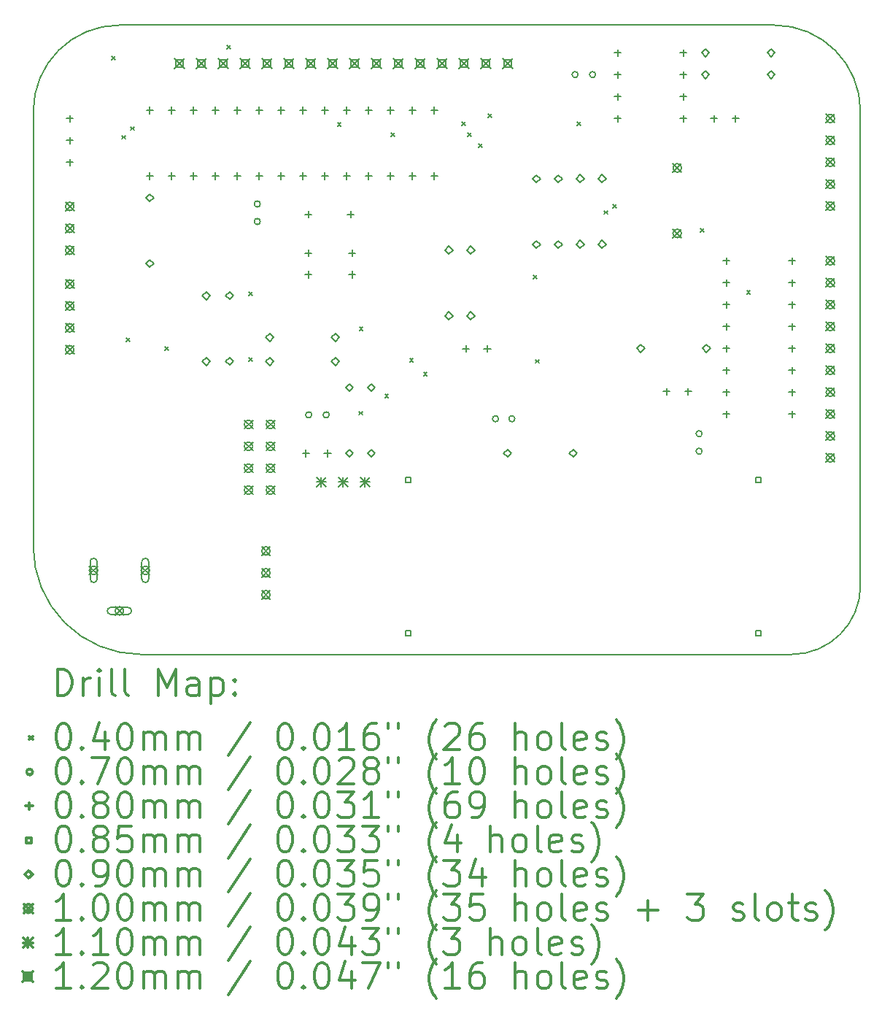
<source format=gbr>
%FSLAX45Y45*%
G04 Gerber Fmt 4.5, Leading zero omitted, Abs format (unit mm)*
G04 Created by KiCad (PCBNEW 5.0.2-bee76a0~70~ubuntu16.04.1) date Tue 14 Jan 2020 09:55:21 AM MST*
%MOMM*%
%LPD*%
G01*
G04 APERTURE LIST*
%ADD10C,0.150000*%
%ADD11C,0.200000*%
%ADD12C,0.300000*%
G04 APERTURE END LIST*
D10*
X17600000Y-6000000D02*
G75*
G02X18600000Y-7000000I0J-1000000D01*
G01*
X10000000Y-6000000D02*
X17600000Y-6000000D01*
X9000000Y-7000000D02*
G75*
G02X10000000Y-6000000I1000000J0D01*
G01*
X18600000Y-12500000D02*
X18600000Y-7000000D01*
X18600000Y-12500000D02*
G75*
G02X17800000Y-13300000I-800000J0D01*
G01*
X10250000Y-13300000D02*
X17800000Y-13300000D01*
X10250000Y-13300000D02*
G75*
G02X9000000Y-12044990I0J1250010D01*
G01*
X9000000Y-7000000D02*
X9000000Y-12100000D01*
D11*
X9912500Y-6364500D02*
X9952500Y-6404500D01*
X9952500Y-6364500D02*
X9912500Y-6404500D01*
X10028485Y-7281515D02*
X10068485Y-7321515D01*
X10068485Y-7281515D02*
X10028485Y-7321515D01*
X10080000Y-9630000D02*
X10120000Y-9670000D01*
X10120000Y-9630000D02*
X10080000Y-9670000D01*
X10131015Y-7178985D02*
X10171015Y-7218985D01*
X10171015Y-7178985D02*
X10131015Y-7218985D01*
X10530000Y-9730000D02*
X10570000Y-9770000D01*
X10570000Y-9730000D02*
X10530000Y-9770000D01*
X11246000Y-6237500D02*
X11286000Y-6277500D01*
X11286000Y-6237500D02*
X11246000Y-6277500D01*
X11500000Y-9095000D02*
X11540000Y-9135000D01*
X11540000Y-9095000D02*
X11500000Y-9135000D01*
X11500000Y-9857000D02*
X11540000Y-9897000D01*
X11540000Y-9857000D02*
X11500000Y-9897000D01*
X12530000Y-7130000D02*
X12570000Y-7170000D01*
X12570000Y-7130000D02*
X12530000Y-7170000D01*
X12780000Y-10480000D02*
X12820000Y-10520000D01*
X12820000Y-10480000D02*
X12780000Y-10520000D01*
X12785000Y-9500500D02*
X12825000Y-9540500D01*
X12825000Y-9500500D02*
X12785000Y-9540500D01*
X13080000Y-10280000D02*
X13120000Y-10320000D01*
X13120000Y-10280000D02*
X13080000Y-10320000D01*
X13151000Y-7253500D02*
X13191000Y-7293500D01*
X13191000Y-7253500D02*
X13151000Y-7293500D01*
X13369896Y-9869896D02*
X13409896Y-9909896D01*
X13409896Y-9869896D02*
X13369896Y-9909896D01*
X13530000Y-10030000D02*
X13570000Y-10070000D01*
X13570000Y-10030000D02*
X13530000Y-10070000D01*
X13976500Y-7126500D02*
X14016500Y-7166500D01*
X14016500Y-7126500D02*
X13976500Y-7166500D01*
X14040000Y-7253500D02*
X14080000Y-7293500D01*
X14080000Y-7253500D02*
X14040000Y-7293500D01*
X14167000Y-7380500D02*
X14207000Y-7420500D01*
X14207000Y-7380500D02*
X14167000Y-7420500D01*
X14280000Y-7030000D02*
X14320000Y-7070000D01*
X14320000Y-7030000D02*
X14280000Y-7070000D01*
X14802000Y-8904500D02*
X14842000Y-8944500D01*
X14842000Y-8904500D02*
X14802000Y-8944500D01*
X14830000Y-9880000D02*
X14870000Y-9920000D01*
X14870000Y-9880000D02*
X14830000Y-9920000D01*
X15310000Y-7126500D02*
X15350000Y-7166500D01*
X15350000Y-7126500D02*
X15310000Y-7166500D01*
X15627500Y-8151500D02*
X15667500Y-8191500D01*
X15667500Y-8151500D02*
X15627500Y-8191500D01*
X15729800Y-8079000D02*
X15769800Y-8119000D01*
X15769800Y-8079000D02*
X15729800Y-8119000D01*
X16744000Y-8362000D02*
X16784000Y-8402000D01*
X16784000Y-8362000D02*
X16744000Y-8402000D01*
X17280000Y-9080000D02*
X17320000Y-9120000D01*
X17320000Y-9080000D02*
X17280000Y-9120000D01*
X16761989Y-10740600D02*
G75*
G03X16761989Y-10740600I-35000J0D01*
G01*
X16761989Y-10943800D02*
G75*
G03X16761989Y-10943800I-35000J0D01*
G01*
X11635000Y-8074600D02*
G75*
G03X11635000Y-8074600I-35000J0D01*
G01*
X11635000Y-8277800D02*
G75*
G03X11635000Y-8277800I-35000J0D01*
G01*
X14399200Y-10566400D02*
G75*
G03X14399200Y-10566400I-35000J0D01*
G01*
X14589200Y-10566400D02*
G75*
G03X14589200Y-10566400I-35000J0D01*
G01*
X12231587Y-10521065D02*
G75*
G03X12231587Y-10521065I-35000J0D01*
G01*
X12434787Y-10521065D02*
G75*
G03X12434787Y-10521065I-35000J0D01*
G01*
X15322200Y-6575000D02*
G75*
G03X15322200Y-6575000I-35000J0D01*
G01*
X15525400Y-6575000D02*
G75*
G03X15525400Y-6575000I-35000J0D01*
G01*
X16900000Y-7043000D02*
X16900000Y-7123000D01*
X16860000Y-7083000D02*
X16940000Y-7083000D01*
X17150000Y-7043000D02*
X17150000Y-7123000D01*
X17110000Y-7083000D02*
X17190000Y-7083000D01*
X12193100Y-8602750D02*
X12193100Y-8682750D01*
X12153100Y-8642750D02*
X12233100Y-8642750D01*
X12193100Y-8852750D02*
X12193100Y-8932750D01*
X12153100Y-8892750D02*
X12233100Y-8892750D01*
X9424500Y-7043000D02*
X9424500Y-7123000D01*
X9384500Y-7083000D02*
X9464500Y-7083000D01*
X9424500Y-7297000D02*
X9424500Y-7377000D01*
X9384500Y-7337000D02*
X9464500Y-7337000D01*
X9424500Y-7551000D02*
X9424500Y-7631000D01*
X9384500Y-7591000D02*
X9464500Y-7591000D01*
X16350000Y-10210000D02*
X16350000Y-10290000D01*
X16310000Y-10250000D02*
X16390000Y-10250000D01*
X16600000Y-10210000D02*
X16600000Y-10290000D01*
X16560000Y-10250000D02*
X16640000Y-10250000D01*
X12193100Y-8154250D02*
X12193100Y-8234250D01*
X12153100Y-8194250D02*
X12233100Y-8194250D01*
X12683100Y-8154250D02*
X12683100Y-8234250D01*
X12643100Y-8194250D02*
X12723100Y-8194250D01*
X17044500Y-8694000D02*
X17044500Y-8774000D01*
X17004500Y-8734000D02*
X17084500Y-8734000D01*
X17044500Y-8948000D02*
X17044500Y-9028000D01*
X17004500Y-8988000D02*
X17084500Y-8988000D01*
X17044500Y-9202000D02*
X17044500Y-9282000D01*
X17004500Y-9242000D02*
X17084500Y-9242000D01*
X17044500Y-9456000D02*
X17044500Y-9536000D01*
X17004500Y-9496000D02*
X17084500Y-9496000D01*
X17044500Y-9710000D02*
X17044500Y-9790000D01*
X17004500Y-9750000D02*
X17084500Y-9750000D01*
X17044500Y-9964000D02*
X17044500Y-10044000D01*
X17004500Y-10004000D02*
X17084500Y-10004000D01*
X17044500Y-10218000D02*
X17044500Y-10298000D01*
X17004500Y-10258000D02*
X17084500Y-10258000D01*
X17044500Y-10472000D02*
X17044500Y-10552000D01*
X17004500Y-10512000D02*
X17084500Y-10512000D01*
X17806500Y-8694000D02*
X17806500Y-8774000D01*
X17766500Y-8734000D02*
X17846500Y-8734000D01*
X17806500Y-8948000D02*
X17806500Y-9028000D01*
X17766500Y-8988000D02*
X17846500Y-8988000D01*
X17806500Y-9202000D02*
X17806500Y-9282000D01*
X17766500Y-9242000D02*
X17846500Y-9242000D01*
X17806500Y-9456000D02*
X17806500Y-9536000D01*
X17766500Y-9496000D02*
X17846500Y-9496000D01*
X17806500Y-9710000D02*
X17806500Y-9790000D01*
X17766500Y-9750000D02*
X17846500Y-9750000D01*
X17806500Y-9964000D02*
X17806500Y-10044000D01*
X17766500Y-10004000D02*
X17846500Y-10004000D01*
X17806500Y-10218000D02*
X17806500Y-10298000D01*
X17766500Y-10258000D02*
X17846500Y-10258000D01*
X17806500Y-10472000D02*
X17806500Y-10552000D01*
X17766500Y-10512000D02*
X17846500Y-10512000D01*
X14020800Y-9713600D02*
X14020800Y-9793600D01*
X13980800Y-9753600D02*
X14060800Y-9753600D01*
X14270800Y-9713600D02*
X14270800Y-9793600D01*
X14230800Y-9753600D02*
X14310800Y-9753600D01*
X10351600Y-6947750D02*
X10351600Y-7027750D01*
X10311600Y-6987750D02*
X10391600Y-6987750D01*
X10351600Y-7709750D02*
X10351600Y-7789750D01*
X10311600Y-7749750D02*
X10391600Y-7749750D01*
X10605600Y-6947750D02*
X10605600Y-7027750D01*
X10565600Y-6987750D02*
X10645600Y-6987750D01*
X10605600Y-7709750D02*
X10605600Y-7789750D01*
X10565600Y-7749750D02*
X10645600Y-7749750D01*
X10859600Y-6947750D02*
X10859600Y-7027750D01*
X10819600Y-6987750D02*
X10899600Y-6987750D01*
X10859600Y-7709750D02*
X10859600Y-7789750D01*
X10819600Y-7749750D02*
X10899600Y-7749750D01*
X11113600Y-6947750D02*
X11113600Y-7027750D01*
X11073600Y-6987750D02*
X11153600Y-6987750D01*
X11113600Y-7709750D02*
X11113600Y-7789750D01*
X11073600Y-7749750D02*
X11153600Y-7749750D01*
X11367600Y-6947750D02*
X11367600Y-7027750D01*
X11327600Y-6987750D02*
X11407600Y-6987750D01*
X11367600Y-7709750D02*
X11367600Y-7789750D01*
X11327600Y-7749750D02*
X11407600Y-7749750D01*
X11621600Y-6947750D02*
X11621600Y-7027750D01*
X11581600Y-6987750D02*
X11661600Y-6987750D01*
X11621600Y-7709750D02*
X11621600Y-7789750D01*
X11581600Y-7749750D02*
X11661600Y-7749750D01*
X12164887Y-10925565D02*
X12164887Y-11005565D01*
X12124887Y-10965565D02*
X12204887Y-10965565D01*
X12414887Y-10925565D02*
X12414887Y-11005565D01*
X12374887Y-10965565D02*
X12454887Y-10965565D01*
X11875600Y-6947750D02*
X11875600Y-7027750D01*
X11835600Y-6987750D02*
X11915600Y-6987750D01*
X11875600Y-7709750D02*
X11875600Y-7789750D01*
X11835600Y-7749750D02*
X11915600Y-7749750D01*
X12129600Y-6947750D02*
X12129600Y-7027750D01*
X12089600Y-6987750D02*
X12169600Y-6987750D01*
X12129600Y-7709750D02*
X12129600Y-7789750D01*
X12089600Y-7749750D02*
X12169600Y-7749750D01*
X12383600Y-6947750D02*
X12383600Y-7027750D01*
X12343600Y-6987750D02*
X12423600Y-6987750D01*
X12383600Y-7709750D02*
X12383600Y-7789750D01*
X12343600Y-7749750D02*
X12423600Y-7749750D01*
X12637600Y-6947750D02*
X12637600Y-7027750D01*
X12597600Y-6987750D02*
X12677600Y-6987750D01*
X12637600Y-7709750D02*
X12637600Y-7789750D01*
X12597600Y-7749750D02*
X12677600Y-7749750D01*
X12891600Y-6947750D02*
X12891600Y-7027750D01*
X12851600Y-6987750D02*
X12931600Y-6987750D01*
X12891600Y-7709750D02*
X12891600Y-7789750D01*
X12851600Y-7749750D02*
X12931600Y-7749750D01*
X13145600Y-6947750D02*
X13145600Y-7027750D01*
X13105600Y-6987750D02*
X13185600Y-6987750D01*
X13145600Y-7709750D02*
X13145600Y-7789750D01*
X13105600Y-7749750D02*
X13185600Y-7749750D01*
X13399600Y-6947750D02*
X13399600Y-7027750D01*
X13359600Y-6987750D02*
X13439600Y-6987750D01*
X13399600Y-7709750D02*
X13399600Y-7789750D01*
X13359600Y-7749750D02*
X13439600Y-7749750D01*
X13653600Y-6947750D02*
X13653600Y-7027750D01*
X13613600Y-6987750D02*
X13693600Y-6987750D01*
X13653600Y-7709750D02*
X13653600Y-7789750D01*
X13613600Y-7749750D02*
X13693600Y-7749750D01*
X15782500Y-6281000D02*
X15782500Y-6361000D01*
X15742500Y-6321000D02*
X15822500Y-6321000D01*
X15782500Y-6535000D02*
X15782500Y-6615000D01*
X15742500Y-6575000D02*
X15822500Y-6575000D01*
X15782500Y-6789000D02*
X15782500Y-6869000D01*
X15742500Y-6829000D02*
X15822500Y-6829000D01*
X15782500Y-7043000D02*
X15782500Y-7123000D01*
X15742500Y-7083000D02*
X15822500Y-7083000D01*
X16544500Y-6281000D02*
X16544500Y-6361000D01*
X16504500Y-6321000D02*
X16584500Y-6321000D01*
X16544500Y-6535000D02*
X16544500Y-6615000D01*
X16504500Y-6575000D02*
X16584500Y-6575000D01*
X16544500Y-6789000D02*
X16544500Y-6869000D01*
X16504500Y-6829000D02*
X16584500Y-6829000D01*
X16544500Y-7043000D02*
X16544500Y-7123000D01*
X16504500Y-7083000D02*
X16584500Y-7083000D01*
X12701100Y-8602750D02*
X12701100Y-8682750D01*
X12661100Y-8642750D02*
X12741100Y-8642750D01*
X12701100Y-8852750D02*
X12701100Y-8932750D01*
X12661100Y-8892750D02*
X12741100Y-8892750D01*
X13384052Y-11304052D02*
X13384052Y-11243948D01*
X13323948Y-11243948D01*
X13323948Y-11304052D01*
X13384052Y-11304052D01*
X13384052Y-13082052D02*
X13384052Y-13021948D01*
X13323948Y-13021948D01*
X13323948Y-13082052D01*
X13384052Y-13082052D01*
X17448052Y-11304052D02*
X17448052Y-11243948D01*
X17387948Y-11243948D01*
X17387948Y-11304052D01*
X17448052Y-11304052D01*
X17448052Y-13082052D02*
X17448052Y-13021948D01*
X17387948Y-13021948D01*
X17387948Y-13082052D01*
X17448052Y-13082052D01*
X14077338Y-8653691D02*
X14122338Y-8608691D01*
X14077338Y-8563691D01*
X14032338Y-8608691D01*
X14077338Y-8653691D01*
X14077338Y-9415691D02*
X14122338Y-9370691D01*
X14077338Y-9325691D01*
X14032338Y-9370691D01*
X14077338Y-9415691D01*
X14504500Y-11011000D02*
X14549500Y-10966000D01*
X14504500Y-10921000D01*
X14459500Y-10966000D01*
X14504500Y-11011000D01*
X15266500Y-11011000D02*
X15311500Y-10966000D01*
X15266500Y-10921000D01*
X15221500Y-10966000D01*
X15266500Y-11011000D01*
X14839532Y-7829073D02*
X14884532Y-7784073D01*
X14839532Y-7739073D01*
X14794532Y-7784073D01*
X14839532Y-7829073D01*
X14839532Y-8591073D02*
X14884532Y-8546073D01*
X14839532Y-8501073D01*
X14794532Y-8546073D01*
X14839532Y-8591073D01*
X12922887Y-10248565D02*
X12967887Y-10203565D01*
X12922887Y-10158565D01*
X12877887Y-10203565D01*
X12922887Y-10248565D01*
X12922887Y-11010565D02*
X12967887Y-10965565D01*
X12922887Y-10920565D01*
X12877887Y-10965565D01*
X12922887Y-11010565D01*
X16800000Y-6620000D02*
X16845000Y-6575000D01*
X16800000Y-6530000D01*
X16755000Y-6575000D01*
X16800000Y-6620000D01*
X17562000Y-6620000D02*
X17607000Y-6575000D01*
X17562000Y-6530000D01*
X17517000Y-6575000D01*
X17562000Y-6620000D01*
X16050000Y-9795000D02*
X16095000Y-9750000D01*
X16050000Y-9705000D01*
X16005000Y-9750000D01*
X16050000Y-9795000D01*
X11742555Y-9668000D02*
X11787555Y-9623000D01*
X11742555Y-9578000D01*
X11697555Y-9623000D01*
X11742555Y-9668000D01*
X12504555Y-9668000D02*
X12549555Y-9623000D01*
X12504555Y-9578000D01*
X12459555Y-9623000D01*
X12504555Y-9668000D01*
X15348736Y-7824053D02*
X15393736Y-7779053D01*
X15348736Y-7734053D01*
X15303736Y-7779053D01*
X15348736Y-7824053D01*
X11278463Y-9183116D02*
X11323463Y-9138116D01*
X11278463Y-9093116D01*
X11233463Y-9138116D01*
X11278463Y-9183116D01*
X11278463Y-9945116D02*
X11323463Y-9900116D01*
X11278463Y-9855116D01*
X11233463Y-9900116D01*
X11278463Y-9945116D01*
X16812000Y-9795000D02*
X16857000Y-9750000D01*
X16812000Y-9705000D01*
X16767000Y-9750000D01*
X16812000Y-9795000D01*
X15093532Y-7829073D02*
X15138532Y-7784073D01*
X15093532Y-7739073D01*
X15048532Y-7784073D01*
X15093532Y-7829073D01*
X15093532Y-8591073D02*
X15138532Y-8546073D01*
X15093532Y-8501073D01*
X15048532Y-8546073D01*
X15093532Y-8591073D01*
X15348736Y-8586054D02*
X15393736Y-8541054D01*
X15348736Y-8496054D01*
X15303736Y-8541054D01*
X15348736Y-8586054D01*
X16800000Y-6366000D02*
X16845000Y-6321000D01*
X16800000Y-6276000D01*
X16755000Y-6321000D01*
X16800000Y-6366000D01*
X17562000Y-6366000D02*
X17607000Y-6321000D01*
X17562000Y-6276000D01*
X17517000Y-6321000D01*
X17562000Y-6366000D01*
X11742555Y-9947337D02*
X11787555Y-9902337D01*
X11742555Y-9857337D01*
X11697555Y-9902337D01*
X11742555Y-9947337D01*
X12504555Y-9947337D02*
X12549555Y-9902337D01*
X12504555Y-9857337D01*
X12459555Y-9902337D01*
X12504555Y-9947337D01*
X11005650Y-9185400D02*
X11050650Y-9140400D01*
X11005650Y-9095400D01*
X10960650Y-9140400D01*
X11005650Y-9185400D01*
X11005650Y-9947400D02*
X11050650Y-9902400D01*
X11005650Y-9857400D01*
X10960650Y-9902400D01*
X11005650Y-9947400D01*
X12668887Y-10248565D02*
X12713887Y-10203565D01*
X12668887Y-10158565D01*
X12623887Y-10203565D01*
X12668887Y-10248565D01*
X12668887Y-11010565D02*
X12713887Y-10965565D01*
X12668887Y-10920565D01*
X12623887Y-10965565D01*
X12668887Y-11010565D01*
X10351600Y-8048750D02*
X10396600Y-8003750D01*
X10351600Y-7958750D01*
X10306600Y-8003750D01*
X10351600Y-8048750D01*
X15602736Y-7824053D02*
X15647736Y-7779053D01*
X15602736Y-7734053D01*
X15557736Y-7779053D01*
X15602736Y-7824053D01*
X15602736Y-8586054D02*
X15647736Y-8541054D01*
X15602736Y-8496054D01*
X15557736Y-8541054D01*
X15602736Y-8586054D01*
X13823338Y-8653691D02*
X13868338Y-8608691D01*
X13823338Y-8563691D01*
X13778338Y-8608691D01*
X13823338Y-8653691D01*
X13823338Y-9415691D02*
X13868338Y-9370691D01*
X13823338Y-9325691D01*
X13778338Y-9370691D01*
X13823338Y-9415691D01*
X10351600Y-8810750D02*
X10396600Y-8765750D01*
X10351600Y-8720750D01*
X10306600Y-8765750D01*
X10351600Y-8810750D01*
X11650000Y-12050000D02*
X11750000Y-12150000D01*
X11750000Y-12050000D02*
X11650000Y-12150000D01*
X11750000Y-12100000D02*
G75*
G03X11750000Y-12100000I-50000J0D01*
G01*
X11650000Y-12304000D02*
X11750000Y-12404000D01*
X11750000Y-12304000D02*
X11650000Y-12404000D01*
X11750000Y-12354000D02*
G75*
G03X11750000Y-12354000I-50000J0D01*
G01*
X11650000Y-12558000D02*
X11750000Y-12658000D01*
X11750000Y-12558000D02*
X11650000Y-12658000D01*
X11750000Y-12608000D02*
G75*
G03X11750000Y-12608000I-50000J0D01*
G01*
X9650000Y-12275000D02*
X9750000Y-12375000D01*
X9750000Y-12275000D02*
X9650000Y-12375000D01*
X9750000Y-12325000D02*
G75*
G03X9750000Y-12325000I-50000J0D01*
G01*
X9660000Y-12225000D02*
X9660000Y-12425000D01*
X9740000Y-12225000D02*
X9740000Y-12425000D01*
X9660000Y-12425000D02*
G75*
G03X9740000Y-12425000I40000J0D01*
G01*
X9740000Y-12225000D02*
G75*
G03X9660000Y-12225000I-40000J0D01*
G01*
X9950000Y-12745000D02*
X10050000Y-12845000D01*
X10050000Y-12745000D02*
X9950000Y-12845000D01*
X10050000Y-12795000D02*
G75*
G03X10050000Y-12795000I-50000J0D01*
G01*
X9900000Y-12835000D02*
X10100000Y-12835000D01*
X9900000Y-12755000D02*
X10100000Y-12755000D01*
X10100000Y-12835000D02*
G75*
G03X10100000Y-12755000I0J40000D01*
G01*
X9900000Y-12755000D02*
G75*
G03X9900000Y-12835000I0J-40000D01*
G01*
X10250000Y-12275000D02*
X10350000Y-12375000D01*
X10350000Y-12275000D02*
X10250000Y-12375000D01*
X10350000Y-12325000D02*
G75*
G03X10350000Y-12325000I-50000J0D01*
G01*
X10260000Y-12225000D02*
X10260000Y-12425000D01*
X10340000Y-12225000D02*
X10340000Y-12425000D01*
X10260000Y-12425000D02*
G75*
G03X10340000Y-12425000I40000J0D01*
G01*
X10340000Y-12225000D02*
G75*
G03X10260000Y-12225000I-40000J0D01*
G01*
X18201000Y-7033000D02*
X18301000Y-7133000D01*
X18301000Y-7033000D02*
X18201000Y-7133000D01*
X18301000Y-7083000D02*
G75*
G03X18301000Y-7083000I-50000J0D01*
G01*
X18201000Y-7287000D02*
X18301000Y-7387000D01*
X18301000Y-7287000D02*
X18201000Y-7387000D01*
X18301000Y-7337000D02*
G75*
G03X18301000Y-7337000I-50000J0D01*
G01*
X18201000Y-7541000D02*
X18301000Y-7641000D01*
X18301000Y-7541000D02*
X18201000Y-7641000D01*
X18301000Y-7591000D02*
G75*
G03X18301000Y-7591000I-50000J0D01*
G01*
X18201000Y-7795000D02*
X18301000Y-7895000D01*
X18301000Y-7795000D02*
X18201000Y-7895000D01*
X18301000Y-7845000D02*
G75*
G03X18301000Y-7845000I-50000J0D01*
G01*
X18201000Y-8049000D02*
X18301000Y-8149000D01*
X18301000Y-8049000D02*
X18201000Y-8149000D01*
X18301000Y-8099000D02*
G75*
G03X18301000Y-8099000I-50000J0D01*
G01*
X16423000Y-7606500D02*
X16523000Y-7706500D01*
X16523000Y-7606500D02*
X16423000Y-7706500D01*
X16523000Y-7656500D02*
G75*
G03X16523000Y-7656500I-50000J0D01*
G01*
X16423000Y-8366500D02*
X16523000Y-8466500D01*
X16523000Y-8366500D02*
X16423000Y-8466500D01*
X16523000Y-8416500D02*
G75*
G03X16523000Y-8416500I-50000J0D01*
G01*
X11447505Y-10581364D02*
X11547505Y-10681364D01*
X11547505Y-10581364D02*
X11447505Y-10681364D01*
X11547505Y-10631364D02*
G75*
G03X11547505Y-10631364I-50000J0D01*
G01*
X11447505Y-10835364D02*
X11547505Y-10935364D01*
X11547505Y-10835364D02*
X11447505Y-10935364D01*
X11547505Y-10885364D02*
G75*
G03X11547505Y-10885364I-50000J0D01*
G01*
X11447505Y-11089364D02*
X11547505Y-11189364D01*
X11547505Y-11089364D02*
X11447505Y-11189364D01*
X11547505Y-11139364D02*
G75*
G03X11547505Y-11139364I-50000J0D01*
G01*
X11447505Y-11343364D02*
X11547505Y-11443364D01*
X11547505Y-11343364D02*
X11447505Y-11443364D01*
X11547505Y-11393364D02*
G75*
G03X11547505Y-11393364I-50000J0D01*
G01*
X11701505Y-10581364D02*
X11801505Y-10681364D01*
X11801505Y-10581364D02*
X11701505Y-10681364D01*
X11801505Y-10631364D02*
G75*
G03X11801505Y-10631364I-50000J0D01*
G01*
X11701505Y-10835364D02*
X11801505Y-10935364D01*
X11801505Y-10835364D02*
X11701505Y-10935364D01*
X11801505Y-10885364D02*
G75*
G03X11801505Y-10885364I-50000J0D01*
G01*
X11701505Y-11089364D02*
X11801505Y-11189364D01*
X11801505Y-11089364D02*
X11701505Y-11189364D01*
X11801505Y-11139364D02*
G75*
G03X11801505Y-11139364I-50000J0D01*
G01*
X11701505Y-11343364D02*
X11801505Y-11443364D01*
X11801505Y-11343364D02*
X11701505Y-11443364D01*
X11801505Y-11393364D02*
G75*
G03X11801505Y-11393364I-50000J0D01*
G01*
X9373400Y-8954300D02*
X9473400Y-9054300D01*
X9473400Y-8954300D02*
X9373400Y-9054300D01*
X9473400Y-9004300D02*
G75*
G03X9473400Y-9004300I-50000J0D01*
G01*
X9373400Y-9208300D02*
X9473400Y-9308300D01*
X9473400Y-9208300D02*
X9373400Y-9308300D01*
X9473400Y-9258300D02*
G75*
G03X9473400Y-9258300I-50000J0D01*
G01*
X9373400Y-9462300D02*
X9473400Y-9562300D01*
X9473400Y-9462300D02*
X9373400Y-9562300D01*
X9473400Y-9512300D02*
G75*
G03X9473400Y-9512300I-50000J0D01*
G01*
X9373400Y-9716300D02*
X9473400Y-9816300D01*
X9473400Y-9716300D02*
X9373400Y-9816300D01*
X9473400Y-9766300D02*
G75*
G03X9473400Y-9766300I-50000J0D01*
G01*
X9373400Y-8052600D02*
X9473400Y-8152600D01*
X9473400Y-8052600D02*
X9373400Y-8152600D01*
X9473400Y-8102600D02*
G75*
G03X9473400Y-8102600I-50000J0D01*
G01*
X9373400Y-8306600D02*
X9473400Y-8406600D01*
X9473400Y-8306600D02*
X9373400Y-8406600D01*
X9473400Y-8356600D02*
G75*
G03X9473400Y-8356600I-50000J0D01*
G01*
X9373400Y-8560600D02*
X9473400Y-8660600D01*
X9473400Y-8560600D02*
X9373400Y-8660600D01*
X9473400Y-8610600D02*
G75*
G03X9473400Y-8610600I-50000J0D01*
G01*
X18201000Y-8684000D02*
X18301000Y-8784000D01*
X18301000Y-8684000D02*
X18201000Y-8784000D01*
X18301000Y-8734000D02*
G75*
G03X18301000Y-8734000I-50000J0D01*
G01*
X18201000Y-8938000D02*
X18301000Y-9038000D01*
X18301000Y-8938000D02*
X18201000Y-9038000D01*
X18301000Y-8988000D02*
G75*
G03X18301000Y-8988000I-50000J0D01*
G01*
X18201000Y-9192000D02*
X18301000Y-9292000D01*
X18301000Y-9192000D02*
X18201000Y-9292000D01*
X18301000Y-9242000D02*
G75*
G03X18301000Y-9242000I-50000J0D01*
G01*
X18201000Y-9446000D02*
X18301000Y-9546000D01*
X18301000Y-9446000D02*
X18201000Y-9546000D01*
X18301000Y-9496000D02*
G75*
G03X18301000Y-9496000I-50000J0D01*
G01*
X18201000Y-9700000D02*
X18301000Y-9800000D01*
X18301000Y-9700000D02*
X18201000Y-9800000D01*
X18301000Y-9750000D02*
G75*
G03X18301000Y-9750000I-50000J0D01*
G01*
X18201000Y-9954000D02*
X18301000Y-10054000D01*
X18301000Y-9954000D02*
X18201000Y-10054000D01*
X18301000Y-10004000D02*
G75*
G03X18301000Y-10004000I-50000J0D01*
G01*
X18201000Y-10208000D02*
X18301000Y-10308000D01*
X18301000Y-10208000D02*
X18201000Y-10308000D01*
X18301000Y-10258000D02*
G75*
G03X18301000Y-10258000I-50000J0D01*
G01*
X18201000Y-10462000D02*
X18301000Y-10562000D01*
X18301000Y-10462000D02*
X18201000Y-10562000D01*
X18301000Y-10512000D02*
G75*
G03X18301000Y-10512000I-50000J0D01*
G01*
X18201000Y-10716000D02*
X18301000Y-10816000D01*
X18301000Y-10716000D02*
X18201000Y-10816000D01*
X18301000Y-10766000D02*
G75*
G03X18301000Y-10766000I-50000J0D01*
G01*
X18201000Y-10970000D02*
X18301000Y-11070000D01*
X18301000Y-10970000D02*
X18201000Y-11070000D01*
X18301000Y-11020000D02*
G75*
G03X18301000Y-11020000I-50000J0D01*
G01*
X12287000Y-11245000D02*
X12397000Y-11355000D01*
X12397000Y-11245000D02*
X12287000Y-11355000D01*
X12342000Y-11245000D02*
X12342000Y-11355000D01*
X12287000Y-11300000D02*
X12397000Y-11300000D01*
X12541000Y-11245000D02*
X12651000Y-11355000D01*
X12651000Y-11245000D02*
X12541000Y-11355000D01*
X12596000Y-11245000D02*
X12596000Y-11355000D01*
X12541000Y-11300000D02*
X12651000Y-11300000D01*
X12795000Y-11245000D02*
X12905000Y-11355000D01*
X12905000Y-11245000D02*
X12795000Y-11355000D01*
X12850000Y-11245000D02*
X12850000Y-11355000D01*
X12795000Y-11300000D02*
X12905000Y-11300000D01*
X10634500Y-6388000D02*
X10754500Y-6508000D01*
X10754500Y-6388000D02*
X10634500Y-6508000D01*
X10736927Y-6490427D02*
X10736927Y-6405573D01*
X10652073Y-6405573D01*
X10652073Y-6490427D01*
X10736927Y-6490427D01*
X10888500Y-6388000D02*
X11008500Y-6508000D01*
X11008500Y-6388000D02*
X10888500Y-6508000D01*
X10990927Y-6490427D02*
X10990927Y-6405573D01*
X10906073Y-6405573D01*
X10906073Y-6490427D01*
X10990927Y-6490427D01*
X11142500Y-6388000D02*
X11262500Y-6508000D01*
X11262500Y-6388000D02*
X11142500Y-6508000D01*
X11244927Y-6490427D02*
X11244927Y-6405573D01*
X11160073Y-6405573D01*
X11160073Y-6490427D01*
X11244927Y-6490427D01*
X11396500Y-6388000D02*
X11516500Y-6508000D01*
X11516500Y-6388000D02*
X11396500Y-6508000D01*
X11498927Y-6490427D02*
X11498927Y-6405573D01*
X11414073Y-6405573D01*
X11414073Y-6490427D01*
X11498927Y-6490427D01*
X11650500Y-6388000D02*
X11770500Y-6508000D01*
X11770500Y-6388000D02*
X11650500Y-6508000D01*
X11752927Y-6490427D02*
X11752927Y-6405573D01*
X11668073Y-6405573D01*
X11668073Y-6490427D01*
X11752927Y-6490427D01*
X11904500Y-6388000D02*
X12024500Y-6508000D01*
X12024500Y-6388000D02*
X11904500Y-6508000D01*
X12006927Y-6490427D02*
X12006927Y-6405573D01*
X11922073Y-6405573D01*
X11922073Y-6490427D01*
X12006927Y-6490427D01*
X12158500Y-6388000D02*
X12278500Y-6508000D01*
X12278500Y-6388000D02*
X12158500Y-6508000D01*
X12260927Y-6490427D02*
X12260927Y-6405573D01*
X12176073Y-6405573D01*
X12176073Y-6490427D01*
X12260927Y-6490427D01*
X12412500Y-6388000D02*
X12532500Y-6508000D01*
X12532500Y-6388000D02*
X12412500Y-6508000D01*
X12514927Y-6490427D02*
X12514927Y-6405573D01*
X12430073Y-6405573D01*
X12430073Y-6490427D01*
X12514927Y-6490427D01*
X12666500Y-6388000D02*
X12786500Y-6508000D01*
X12786500Y-6388000D02*
X12666500Y-6508000D01*
X12768927Y-6490427D02*
X12768927Y-6405573D01*
X12684073Y-6405573D01*
X12684073Y-6490427D01*
X12768927Y-6490427D01*
X12920500Y-6388000D02*
X13040500Y-6508000D01*
X13040500Y-6388000D02*
X12920500Y-6508000D01*
X13022927Y-6490427D02*
X13022927Y-6405573D01*
X12938073Y-6405573D01*
X12938073Y-6490427D01*
X13022927Y-6490427D01*
X13174500Y-6388000D02*
X13294500Y-6508000D01*
X13294500Y-6388000D02*
X13174500Y-6508000D01*
X13276927Y-6490427D02*
X13276927Y-6405573D01*
X13192073Y-6405573D01*
X13192073Y-6490427D01*
X13276927Y-6490427D01*
X13428500Y-6388000D02*
X13548500Y-6508000D01*
X13548500Y-6388000D02*
X13428500Y-6508000D01*
X13530927Y-6490427D02*
X13530927Y-6405573D01*
X13446073Y-6405573D01*
X13446073Y-6490427D01*
X13530927Y-6490427D01*
X13682500Y-6388000D02*
X13802500Y-6508000D01*
X13802500Y-6388000D02*
X13682500Y-6508000D01*
X13784927Y-6490427D02*
X13784927Y-6405573D01*
X13700073Y-6405573D01*
X13700073Y-6490427D01*
X13784927Y-6490427D01*
X13936500Y-6388000D02*
X14056500Y-6508000D01*
X14056500Y-6388000D02*
X13936500Y-6508000D01*
X14038927Y-6490427D02*
X14038927Y-6405573D01*
X13954073Y-6405573D01*
X13954073Y-6490427D01*
X14038927Y-6490427D01*
X14190500Y-6388000D02*
X14310500Y-6508000D01*
X14310500Y-6388000D02*
X14190500Y-6508000D01*
X14292927Y-6490427D02*
X14292927Y-6405573D01*
X14208073Y-6405573D01*
X14208073Y-6490427D01*
X14292927Y-6490427D01*
X14444500Y-6388000D02*
X14564500Y-6508000D01*
X14564500Y-6388000D02*
X14444500Y-6508000D01*
X14546927Y-6490427D02*
X14546927Y-6405573D01*
X14462073Y-6405573D01*
X14462073Y-6490427D01*
X14546927Y-6490427D01*
D12*
X9278918Y-13773214D02*
X9278918Y-13473214D01*
X9350347Y-13473214D01*
X9393204Y-13487500D01*
X9421776Y-13516071D01*
X9436061Y-13544643D01*
X9450347Y-13601786D01*
X9450347Y-13644643D01*
X9436061Y-13701786D01*
X9421776Y-13730357D01*
X9393204Y-13758929D01*
X9350347Y-13773214D01*
X9278918Y-13773214D01*
X9578918Y-13773214D02*
X9578918Y-13573214D01*
X9578918Y-13630357D02*
X9593204Y-13601786D01*
X9607490Y-13587500D01*
X9636061Y-13573214D01*
X9664633Y-13573214D01*
X9764633Y-13773214D02*
X9764633Y-13573214D01*
X9764633Y-13473214D02*
X9750347Y-13487500D01*
X9764633Y-13501786D01*
X9778918Y-13487500D01*
X9764633Y-13473214D01*
X9764633Y-13501786D01*
X9950347Y-13773214D02*
X9921776Y-13758929D01*
X9907490Y-13730357D01*
X9907490Y-13473214D01*
X10107490Y-13773214D02*
X10078918Y-13758929D01*
X10064633Y-13730357D01*
X10064633Y-13473214D01*
X10450347Y-13773214D02*
X10450347Y-13473214D01*
X10550347Y-13687500D01*
X10650347Y-13473214D01*
X10650347Y-13773214D01*
X10921776Y-13773214D02*
X10921776Y-13616071D01*
X10907490Y-13587500D01*
X10878918Y-13573214D01*
X10821776Y-13573214D01*
X10793204Y-13587500D01*
X10921776Y-13758929D02*
X10893204Y-13773214D01*
X10821776Y-13773214D01*
X10793204Y-13758929D01*
X10778918Y-13730357D01*
X10778918Y-13701786D01*
X10793204Y-13673214D01*
X10821776Y-13658929D01*
X10893204Y-13658929D01*
X10921776Y-13644643D01*
X11064633Y-13573214D02*
X11064633Y-13873214D01*
X11064633Y-13587500D02*
X11093204Y-13573214D01*
X11150347Y-13573214D01*
X11178918Y-13587500D01*
X11193204Y-13601786D01*
X11207490Y-13630357D01*
X11207490Y-13716071D01*
X11193204Y-13744643D01*
X11178918Y-13758929D01*
X11150347Y-13773214D01*
X11093204Y-13773214D01*
X11064633Y-13758929D01*
X11336061Y-13744643D02*
X11350347Y-13758929D01*
X11336061Y-13773214D01*
X11321776Y-13758929D01*
X11336061Y-13744643D01*
X11336061Y-13773214D01*
X11336061Y-13587500D02*
X11350347Y-13601786D01*
X11336061Y-13616071D01*
X11321776Y-13601786D01*
X11336061Y-13587500D01*
X11336061Y-13616071D01*
X8952490Y-14247500D02*
X8992490Y-14287500D01*
X8992490Y-14247500D02*
X8952490Y-14287500D01*
X9336061Y-14103214D02*
X9364633Y-14103214D01*
X9393204Y-14117500D01*
X9407490Y-14131786D01*
X9421776Y-14160357D01*
X9436061Y-14217500D01*
X9436061Y-14288929D01*
X9421776Y-14346071D01*
X9407490Y-14374643D01*
X9393204Y-14388929D01*
X9364633Y-14403214D01*
X9336061Y-14403214D01*
X9307490Y-14388929D01*
X9293204Y-14374643D01*
X9278918Y-14346071D01*
X9264633Y-14288929D01*
X9264633Y-14217500D01*
X9278918Y-14160357D01*
X9293204Y-14131786D01*
X9307490Y-14117500D01*
X9336061Y-14103214D01*
X9564633Y-14374643D02*
X9578918Y-14388929D01*
X9564633Y-14403214D01*
X9550347Y-14388929D01*
X9564633Y-14374643D01*
X9564633Y-14403214D01*
X9836061Y-14203214D02*
X9836061Y-14403214D01*
X9764633Y-14088929D02*
X9693204Y-14303214D01*
X9878918Y-14303214D01*
X10050347Y-14103214D02*
X10078918Y-14103214D01*
X10107490Y-14117500D01*
X10121776Y-14131786D01*
X10136061Y-14160357D01*
X10150347Y-14217500D01*
X10150347Y-14288929D01*
X10136061Y-14346071D01*
X10121776Y-14374643D01*
X10107490Y-14388929D01*
X10078918Y-14403214D01*
X10050347Y-14403214D01*
X10021776Y-14388929D01*
X10007490Y-14374643D01*
X9993204Y-14346071D01*
X9978918Y-14288929D01*
X9978918Y-14217500D01*
X9993204Y-14160357D01*
X10007490Y-14131786D01*
X10021776Y-14117500D01*
X10050347Y-14103214D01*
X10278918Y-14403214D02*
X10278918Y-14203214D01*
X10278918Y-14231786D02*
X10293204Y-14217500D01*
X10321776Y-14203214D01*
X10364633Y-14203214D01*
X10393204Y-14217500D01*
X10407490Y-14246071D01*
X10407490Y-14403214D01*
X10407490Y-14246071D02*
X10421776Y-14217500D01*
X10450347Y-14203214D01*
X10493204Y-14203214D01*
X10521776Y-14217500D01*
X10536061Y-14246071D01*
X10536061Y-14403214D01*
X10678918Y-14403214D02*
X10678918Y-14203214D01*
X10678918Y-14231786D02*
X10693204Y-14217500D01*
X10721776Y-14203214D01*
X10764633Y-14203214D01*
X10793204Y-14217500D01*
X10807490Y-14246071D01*
X10807490Y-14403214D01*
X10807490Y-14246071D02*
X10821776Y-14217500D01*
X10850347Y-14203214D01*
X10893204Y-14203214D01*
X10921776Y-14217500D01*
X10936061Y-14246071D01*
X10936061Y-14403214D01*
X11521776Y-14088929D02*
X11264633Y-14474643D01*
X11907490Y-14103214D02*
X11936061Y-14103214D01*
X11964633Y-14117500D01*
X11978918Y-14131786D01*
X11993204Y-14160357D01*
X12007490Y-14217500D01*
X12007490Y-14288929D01*
X11993204Y-14346071D01*
X11978918Y-14374643D01*
X11964633Y-14388929D01*
X11936061Y-14403214D01*
X11907490Y-14403214D01*
X11878918Y-14388929D01*
X11864633Y-14374643D01*
X11850347Y-14346071D01*
X11836061Y-14288929D01*
X11836061Y-14217500D01*
X11850347Y-14160357D01*
X11864633Y-14131786D01*
X11878918Y-14117500D01*
X11907490Y-14103214D01*
X12136061Y-14374643D02*
X12150347Y-14388929D01*
X12136061Y-14403214D01*
X12121776Y-14388929D01*
X12136061Y-14374643D01*
X12136061Y-14403214D01*
X12336061Y-14103214D02*
X12364633Y-14103214D01*
X12393204Y-14117500D01*
X12407490Y-14131786D01*
X12421776Y-14160357D01*
X12436061Y-14217500D01*
X12436061Y-14288929D01*
X12421776Y-14346071D01*
X12407490Y-14374643D01*
X12393204Y-14388929D01*
X12364633Y-14403214D01*
X12336061Y-14403214D01*
X12307490Y-14388929D01*
X12293204Y-14374643D01*
X12278918Y-14346071D01*
X12264633Y-14288929D01*
X12264633Y-14217500D01*
X12278918Y-14160357D01*
X12293204Y-14131786D01*
X12307490Y-14117500D01*
X12336061Y-14103214D01*
X12721776Y-14403214D02*
X12550347Y-14403214D01*
X12636061Y-14403214D02*
X12636061Y-14103214D01*
X12607490Y-14146071D01*
X12578918Y-14174643D01*
X12550347Y-14188929D01*
X12978918Y-14103214D02*
X12921776Y-14103214D01*
X12893204Y-14117500D01*
X12878918Y-14131786D01*
X12850347Y-14174643D01*
X12836061Y-14231786D01*
X12836061Y-14346071D01*
X12850347Y-14374643D01*
X12864633Y-14388929D01*
X12893204Y-14403214D01*
X12950347Y-14403214D01*
X12978918Y-14388929D01*
X12993204Y-14374643D01*
X13007490Y-14346071D01*
X13007490Y-14274643D01*
X12993204Y-14246071D01*
X12978918Y-14231786D01*
X12950347Y-14217500D01*
X12893204Y-14217500D01*
X12864633Y-14231786D01*
X12850347Y-14246071D01*
X12836061Y-14274643D01*
X13121776Y-14103214D02*
X13121776Y-14160357D01*
X13236061Y-14103214D02*
X13236061Y-14160357D01*
X13678918Y-14517500D02*
X13664633Y-14503214D01*
X13636061Y-14460357D01*
X13621776Y-14431786D01*
X13607490Y-14388929D01*
X13593204Y-14317500D01*
X13593204Y-14260357D01*
X13607490Y-14188929D01*
X13621776Y-14146071D01*
X13636061Y-14117500D01*
X13664633Y-14074643D01*
X13678918Y-14060357D01*
X13778918Y-14131786D02*
X13793204Y-14117500D01*
X13821776Y-14103214D01*
X13893204Y-14103214D01*
X13921776Y-14117500D01*
X13936061Y-14131786D01*
X13950347Y-14160357D01*
X13950347Y-14188929D01*
X13936061Y-14231786D01*
X13764633Y-14403214D01*
X13950347Y-14403214D01*
X14207490Y-14103214D02*
X14150347Y-14103214D01*
X14121776Y-14117500D01*
X14107490Y-14131786D01*
X14078918Y-14174643D01*
X14064633Y-14231786D01*
X14064633Y-14346071D01*
X14078918Y-14374643D01*
X14093204Y-14388929D01*
X14121776Y-14403214D01*
X14178918Y-14403214D01*
X14207490Y-14388929D01*
X14221776Y-14374643D01*
X14236061Y-14346071D01*
X14236061Y-14274643D01*
X14221776Y-14246071D01*
X14207490Y-14231786D01*
X14178918Y-14217500D01*
X14121776Y-14217500D01*
X14093204Y-14231786D01*
X14078918Y-14246071D01*
X14064633Y-14274643D01*
X14593204Y-14403214D02*
X14593204Y-14103214D01*
X14721776Y-14403214D02*
X14721776Y-14246071D01*
X14707490Y-14217500D01*
X14678918Y-14203214D01*
X14636061Y-14203214D01*
X14607490Y-14217500D01*
X14593204Y-14231786D01*
X14907490Y-14403214D02*
X14878918Y-14388929D01*
X14864633Y-14374643D01*
X14850347Y-14346071D01*
X14850347Y-14260357D01*
X14864633Y-14231786D01*
X14878918Y-14217500D01*
X14907490Y-14203214D01*
X14950347Y-14203214D01*
X14978918Y-14217500D01*
X14993204Y-14231786D01*
X15007490Y-14260357D01*
X15007490Y-14346071D01*
X14993204Y-14374643D01*
X14978918Y-14388929D01*
X14950347Y-14403214D01*
X14907490Y-14403214D01*
X15178918Y-14403214D02*
X15150347Y-14388929D01*
X15136061Y-14360357D01*
X15136061Y-14103214D01*
X15407490Y-14388929D02*
X15378918Y-14403214D01*
X15321776Y-14403214D01*
X15293204Y-14388929D01*
X15278918Y-14360357D01*
X15278918Y-14246071D01*
X15293204Y-14217500D01*
X15321776Y-14203214D01*
X15378918Y-14203214D01*
X15407490Y-14217500D01*
X15421776Y-14246071D01*
X15421776Y-14274643D01*
X15278918Y-14303214D01*
X15536061Y-14388929D02*
X15564633Y-14403214D01*
X15621776Y-14403214D01*
X15650347Y-14388929D01*
X15664633Y-14360357D01*
X15664633Y-14346071D01*
X15650347Y-14317500D01*
X15621776Y-14303214D01*
X15578918Y-14303214D01*
X15550347Y-14288929D01*
X15536061Y-14260357D01*
X15536061Y-14246071D01*
X15550347Y-14217500D01*
X15578918Y-14203214D01*
X15621776Y-14203214D01*
X15650347Y-14217500D01*
X15764633Y-14517500D02*
X15778918Y-14503214D01*
X15807490Y-14460357D01*
X15821776Y-14431786D01*
X15836061Y-14388929D01*
X15850347Y-14317500D01*
X15850347Y-14260357D01*
X15836061Y-14188929D01*
X15821776Y-14146071D01*
X15807490Y-14117500D01*
X15778918Y-14074643D01*
X15764633Y-14060357D01*
X8992490Y-14663500D02*
G75*
G03X8992490Y-14663500I-35000J0D01*
G01*
X9336061Y-14499214D02*
X9364633Y-14499214D01*
X9393204Y-14513500D01*
X9407490Y-14527786D01*
X9421776Y-14556357D01*
X9436061Y-14613500D01*
X9436061Y-14684929D01*
X9421776Y-14742071D01*
X9407490Y-14770643D01*
X9393204Y-14784929D01*
X9364633Y-14799214D01*
X9336061Y-14799214D01*
X9307490Y-14784929D01*
X9293204Y-14770643D01*
X9278918Y-14742071D01*
X9264633Y-14684929D01*
X9264633Y-14613500D01*
X9278918Y-14556357D01*
X9293204Y-14527786D01*
X9307490Y-14513500D01*
X9336061Y-14499214D01*
X9564633Y-14770643D02*
X9578918Y-14784929D01*
X9564633Y-14799214D01*
X9550347Y-14784929D01*
X9564633Y-14770643D01*
X9564633Y-14799214D01*
X9678918Y-14499214D02*
X9878918Y-14499214D01*
X9750347Y-14799214D01*
X10050347Y-14499214D02*
X10078918Y-14499214D01*
X10107490Y-14513500D01*
X10121776Y-14527786D01*
X10136061Y-14556357D01*
X10150347Y-14613500D01*
X10150347Y-14684929D01*
X10136061Y-14742071D01*
X10121776Y-14770643D01*
X10107490Y-14784929D01*
X10078918Y-14799214D01*
X10050347Y-14799214D01*
X10021776Y-14784929D01*
X10007490Y-14770643D01*
X9993204Y-14742071D01*
X9978918Y-14684929D01*
X9978918Y-14613500D01*
X9993204Y-14556357D01*
X10007490Y-14527786D01*
X10021776Y-14513500D01*
X10050347Y-14499214D01*
X10278918Y-14799214D02*
X10278918Y-14599214D01*
X10278918Y-14627786D02*
X10293204Y-14613500D01*
X10321776Y-14599214D01*
X10364633Y-14599214D01*
X10393204Y-14613500D01*
X10407490Y-14642071D01*
X10407490Y-14799214D01*
X10407490Y-14642071D02*
X10421776Y-14613500D01*
X10450347Y-14599214D01*
X10493204Y-14599214D01*
X10521776Y-14613500D01*
X10536061Y-14642071D01*
X10536061Y-14799214D01*
X10678918Y-14799214D02*
X10678918Y-14599214D01*
X10678918Y-14627786D02*
X10693204Y-14613500D01*
X10721776Y-14599214D01*
X10764633Y-14599214D01*
X10793204Y-14613500D01*
X10807490Y-14642071D01*
X10807490Y-14799214D01*
X10807490Y-14642071D02*
X10821776Y-14613500D01*
X10850347Y-14599214D01*
X10893204Y-14599214D01*
X10921776Y-14613500D01*
X10936061Y-14642071D01*
X10936061Y-14799214D01*
X11521776Y-14484929D02*
X11264633Y-14870643D01*
X11907490Y-14499214D02*
X11936061Y-14499214D01*
X11964633Y-14513500D01*
X11978918Y-14527786D01*
X11993204Y-14556357D01*
X12007490Y-14613500D01*
X12007490Y-14684929D01*
X11993204Y-14742071D01*
X11978918Y-14770643D01*
X11964633Y-14784929D01*
X11936061Y-14799214D01*
X11907490Y-14799214D01*
X11878918Y-14784929D01*
X11864633Y-14770643D01*
X11850347Y-14742071D01*
X11836061Y-14684929D01*
X11836061Y-14613500D01*
X11850347Y-14556357D01*
X11864633Y-14527786D01*
X11878918Y-14513500D01*
X11907490Y-14499214D01*
X12136061Y-14770643D02*
X12150347Y-14784929D01*
X12136061Y-14799214D01*
X12121776Y-14784929D01*
X12136061Y-14770643D01*
X12136061Y-14799214D01*
X12336061Y-14499214D02*
X12364633Y-14499214D01*
X12393204Y-14513500D01*
X12407490Y-14527786D01*
X12421776Y-14556357D01*
X12436061Y-14613500D01*
X12436061Y-14684929D01*
X12421776Y-14742071D01*
X12407490Y-14770643D01*
X12393204Y-14784929D01*
X12364633Y-14799214D01*
X12336061Y-14799214D01*
X12307490Y-14784929D01*
X12293204Y-14770643D01*
X12278918Y-14742071D01*
X12264633Y-14684929D01*
X12264633Y-14613500D01*
X12278918Y-14556357D01*
X12293204Y-14527786D01*
X12307490Y-14513500D01*
X12336061Y-14499214D01*
X12550347Y-14527786D02*
X12564633Y-14513500D01*
X12593204Y-14499214D01*
X12664633Y-14499214D01*
X12693204Y-14513500D01*
X12707490Y-14527786D01*
X12721776Y-14556357D01*
X12721776Y-14584929D01*
X12707490Y-14627786D01*
X12536061Y-14799214D01*
X12721776Y-14799214D01*
X12893204Y-14627786D02*
X12864633Y-14613500D01*
X12850347Y-14599214D01*
X12836061Y-14570643D01*
X12836061Y-14556357D01*
X12850347Y-14527786D01*
X12864633Y-14513500D01*
X12893204Y-14499214D01*
X12950347Y-14499214D01*
X12978918Y-14513500D01*
X12993204Y-14527786D01*
X13007490Y-14556357D01*
X13007490Y-14570643D01*
X12993204Y-14599214D01*
X12978918Y-14613500D01*
X12950347Y-14627786D01*
X12893204Y-14627786D01*
X12864633Y-14642071D01*
X12850347Y-14656357D01*
X12836061Y-14684929D01*
X12836061Y-14742071D01*
X12850347Y-14770643D01*
X12864633Y-14784929D01*
X12893204Y-14799214D01*
X12950347Y-14799214D01*
X12978918Y-14784929D01*
X12993204Y-14770643D01*
X13007490Y-14742071D01*
X13007490Y-14684929D01*
X12993204Y-14656357D01*
X12978918Y-14642071D01*
X12950347Y-14627786D01*
X13121776Y-14499214D02*
X13121776Y-14556357D01*
X13236061Y-14499214D02*
X13236061Y-14556357D01*
X13678918Y-14913500D02*
X13664633Y-14899214D01*
X13636061Y-14856357D01*
X13621776Y-14827786D01*
X13607490Y-14784929D01*
X13593204Y-14713500D01*
X13593204Y-14656357D01*
X13607490Y-14584929D01*
X13621776Y-14542071D01*
X13636061Y-14513500D01*
X13664633Y-14470643D01*
X13678918Y-14456357D01*
X13950347Y-14799214D02*
X13778918Y-14799214D01*
X13864633Y-14799214D02*
X13864633Y-14499214D01*
X13836061Y-14542071D01*
X13807490Y-14570643D01*
X13778918Y-14584929D01*
X14136061Y-14499214D02*
X14164633Y-14499214D01*
X14193204Y-14513500D01*
X14207490Y-14527786D01*
X14221776Y-14556357D01*
X14236061Y-14613500D01*
X14236061Y-14684929D01*
X14221776Y-14742071D01*
X14207490Y-14770643D01*
X14193204Y-14784929D01*
X14164633Y-14799214D01*
X14136061Y-14799214D01*
X14107490Y-14784929D01*
X14093204Y-14770643D01*
X14078918Y-14742071D01*
X14064633Y-14684929D01*
X14064633Y-14613500D01*
X14078918Y-14556357D01*
X14093204Y-14527786D01*
X14107490Y-14513500D01*
X14136061Y-14499214D01*
X14593204Y-14799214D02*
X14593204Y-14499214D01*
X14721776Y-14799214D02*
X14721776Y-14642071D01*
X14707490Y-14613500D01*
X14678918Y-14599214D01*
X14636061Y-14599214D01*
X14607490Y-14613500D01*
X14593204Y-14627786D01*
X14907490Y-14799214D02*
X14878918Y-14784929D01*
X14864633Y-14770643D01*
X14850347Y-14742071D01*
X14850347Y-14656357D01*
X14864633Y-14627786D01*
X14878918Y-14613500D01*
X14907490Y-14599214D01*
X14950347Y-14599214D01*
X14978918Y-14613500D01*
X14993204Y-14627786D01*
X15007490Y-14656357D01*
X15007490Y-14742071D01*
X14993204Y-14770643D01*
X14978918Y-14784929D01*
X14950347Y-14799214D01*
X14907490Y-14799214D01*
X15178918Y-14799214D02*
X15150347Y-14784929D01*
X15136061Y-14756357D01*
X15136061Y-14499214D01*
X15407490Y-14784929D02*
X15378918Y-14799214D01*
X15321776Y-14799214D01*
X15293204Y-14784929D01*
X15278918Y-14756357D01*
X15278918Y-14642071D01*
X15293204Y-14613500D01*
X15321776Y-14599214D01*
X15378918Y-14599214D01*
X15407490Y-14613500D01*
X15421776Y-14642071D01*
X15421776Y-14670643D01*
X15278918Y-14699214D01*
X15536061Y-14784929D02*
X15564633Y-14799214D01*
X15621776Y-14799214D01*
X15650347Y-14784929D01*
X15664633Y-14756357D01*
X15664633Y-14742071D01*
X15650347Y-14713500D01*
X15621776Y-14699214D01*
X15578918Y-14699214D01*
X15550347Y-14684929D01*
X15536061Y-14656357D01*
X15536061Y-14642071D01*
X15550347Y-14613500D01*
X15578918Y-14599214D01*
X15621776Y-14599214D01*
X15650347Y-14613500D01*
X15764633Y-14913500D02*
X15778918Y-14899214D01*
X15807490Y-14856357D01*
X15821776Y-14827786D01*
X15836061Y-14784929D01*
X15850347Y-14713500D01*
X15850347Y-14656357D01*
X15836061Y-14584929D01*
X15821776Y-14542071D01*
X15807490Y-14513500D01*
X15778918Y-14470643D01*
X15764633Y-14456357D01*
X8952490Y-15019500D02*
X8952490Y-15099500D01*
X8912490Y-15059500D02*
X8992490Y-15059500D01*
X9336061Y-14895214D02*
X9364633Y-14895214D01*
X9393204Y-14909500D01*
X9407490Y-14923786D01*
X9421776Y-14952357D01*
X9436061Y-15009500D01*
X9436061Y-15080929D01*
X9421776Y-15138071D01*
X9407490Y-15166643D01*
X9393204Y-15180929D01*
X9364633Y-15195214D01*
X9336061Y-15195214D01*
X9307490Y-15180929D01*
X9293204Y-15166643D01*
X9278918Y-15138071D01*
X9264633Y-15080929D01*
X9264633Y-15009500D01*
X9278918Y-14952357D01*
X9293204Y-14923786D01*
X9307490Y-14909500D01*
X9336061Y-14895214D01*
X9564633Y-15166643D02*
X9578918Y-15180929D01*
X9564633Y-15195214D01*
X9550347Y-15180929D01*
X9564633Y-15166643D01*
X9564633Y-15195214D01*
X9750347Y-15023786D02*
X9721776Y-15009500D01*
X9707490Y-14995214D01*
X9693204Y-14966643D01*
X9693204Y-14952357D01*
X9707490Y-14923786D01*
X9721776Y-14909500D01*
X9750347Y-14895214D01*
X9807490Y-14895214D01*
X9836061Y-14909500D01*
X9850347Y-14923786D01*
X9864633Y-14952357D01*
X9864633Y-14966643D01*
X9850347Y-14995214D01*
X9836061Y-15009500D01*
X9807490Y-15023786D01*
X9750347Y-15023786D01*
X9721776Y-15038071D01*
X9707490Y-15052357D01*
X9693204Y-15080929D01*
X9693204Y-15138071D01*
X9707490Y-15166643D01*
X9721776Y-15180929D01*
X9750347Y-15195214D01*
X9807490Y-15195214D01*
X9836061Y-15180929D01*
X9850347Y-15166643D01*
X9864633Y-15138071D01*
X9864633Y-15080929D01*
X9850347Y-15052357D01*
X9836061Y-15038071D01*
X9807490Y-15023786D01*
X10050347Y-14895214D02*
X10078918Y-14895214D01*
X10107490Y-14909500D01*
X10121776Y-14923786D01*
X10136061Y-14952357D01*
X10150347Y-15009500D01*
X10150347Y-15080929D01*
X10136061Y-15138071D01*
X10121776Y-15166643D01*
X10107490Y-15180929D01*
X10078918Y-15195214D01*
X10050347Y-15195214D01*
X10021776Y-15180929D01*
X10007490Y-15166643D01*
X9993204Y-15138071D01*
X9978918Y-15080929D01*
X9978918Y-15009500D01*
X9993204Y-14952357D01*
X10007490Y-14923786D01*
X10021776Y-14909500D01*
X10050347Y-14895214D01*
X10278918Y-15195214D02*
X10278918Y-14995214D01*
X10278918Y-15023786D02*
X10293204Y-15009500D01*
X10321776Y-14995214D01*
X10364633Y-14995214D01*
X10393204Y-15009500D01*
X10407490Y-15038071D01*
X10407490Y-15195214D01*
X10407490Y-15038071D02*
X10421776Y-15009500D01*
X10450347Y-14995214D01*
X10493204Y-14995214D01*
X10521776Y-15009500D01*
X10536061Y-15038071D01*
X10536061Y-15195214D01*
X10678918Y-15195214D02*
X10678918Y-14995214D01*
X10678918Y-15023786D02*
X10693204Y-15009500D01*
X10721776Y-14995214D01*
X10764633Y-14995214D01*
X10793204Y-15009500D01*
X10807490Y-15038071D01*
X10807490Y-15195214D01*
X10807490Y-15038071D02*
X10821776Y-15009500D01*
X10850347Y-14995214D01*
X10893204Y-14995214D01*
X10921776Y-15009500D01*
X10936061Y-15038071D01*
X10936061Y-15195214D01*
X11521776Y-14880929D02*
X11264633Y-15266643D01*
X11907490Y-14895214D02*
X11936061Y-14895214D01*
X11964633Y-14909500D01*
X11978918Y-14923786D01*
X11993204Y-14952357D01*
X12007490Y-15009500D01*
X12007490Y-15080929D01*
X11993204Y-15138071D01*
X11978918Y-15166643D01*
X11964633Y-15180929D01*
X11936061Y-15195214D01*
X11907490Y-15195214D01*
X11878918Y-15180929D01*
X11864633Y-15166643D01*
X11850347Y-15138071D01*
X11836061Y-15080929D01*
X11836061Y-15009500D01*
X11850347Y-14952357D01*
X11864633Y-14923786D01*
X11878918Y-14909500D01*
X11907490Y-14895214D01*
X12136061Y-15166643D02*
X12150347Y-15180929D01*
X12136061Y-15195214D01*
X12121776Y-15180929D01*
X12136061Y-15166643D01*
X12136061Y-15195214D01*
X12336061Y-14895214D02*
X12364633Y-14895214D01*
X12393204Y-14909500D01*
X12407490Y-14923786D01*
X12421776Y-14952357D01*
X12436061Y-15009500D01*
X12436061Y-15080929D01*
X12421776Y-15138071D01*
X12407490Y-15166643D01*
X12393204Y-15180929D01*
X12364633Y-15195214D01*
X12336061Y-15195214D01*
X12307490Y-15180929D01*
X12293204Y-15166643D01*
X12278918Y-15138071D01*
X12264633Y-15080929D01*
X12264633Y-15009500D01*
X12278918Y-14952357D01*
X12293204Y-14923786D01*
X12307490Y-14909500D01*
X12336061Y-14895214D01*
X12536061Y-14895214D02*
X12721776Y-14895214D01*
X12621776Y-15009500D01*
X12664633Y-15009500D01*
X12693204Y-15023786D01*
X12707490Y-15038071D01*
X12721776Y-15066643D01*
X12721776Y-15138071D01*
X12707490Y-15166643D01*
X12693204Y-15180929D01*
X12664633Y-15195214D01*
X12578918Y-15195214D01*
X12550347Y-15180929D01*
X12536061Y-15166643D01*
X13007490Y-15195214D02*
X12836061Y-15195214D01*
X12921776Y-15195214D02*
X12921776Y-14895214D01*
X12893204Y-14938071D01*
X12864633Y-14966643D01*
X12836061Y-14980929D01*
X13121776Y-14895214D02*
X13121776Y-14952357D01*
X13236061Y-14895214D02*
X13236061Y-14952357D01*
X13678918Y-15309500D02*
X13664633Y-15295214D01*
X13636061Y-15252357D01*
X13621776Y-15223786D01*
X13607490Y-15180929D01*
X13593204Y-15109500D01*
X13593204Y-15052357D01*
X13607490Y-14980929D01*
X13621776Y-14938071D01*
X13636061Y-14909500D01*
X13664633Y-14866643D01*
X13678918Y-14852357D01*
X13921776Y-14895214D02*
X13864633Y-14895214D01*
X13836061Y-14909500D01*
X13821776Y-14923786D01*
X13793204Y-14966643D01*
X13778918Y-15023786D01*
X13778918Y-15138071D01*
X13793204Y-15166643D01*
X13807490Y-15180929D01*
X13836061Y-15195214D01*
X13893204Y-15195214D01*
X13921776Y-15180929D01*
X13936061Y-15166643D01*
X13950347Y-15138071D01*
X13950347Y-15066643D01*
X13936061Y-15038071D01*
X13921776Y-15023786D01*
X13893204Y-15009500D01*
X13836061Y-15009500D01*
X13807490Y-15023786D01*
X13793204Y-15038071D01*
X13778918Y-15066643D01*
X14093204Y-15195214D02*
X14150347Y-15195214D01*
X14178918Y-15180929D01*
X14193204Y-15166643D01*
X14221776Y-15123786D01*
X14236061Y-15066643D01*
X14236061Y-14952357D01*
X14221776Y-14923786D01*
X14207490Y-14909500D01*
X14178918Y-14895214D01*
X14121776Y-14895214D01*
X14093204Y-14909500D01*
X14078918Y-14923786D01*
X14064633Y-14952357D01*
X14064633Y-15023786D01*
X14078918Y-15052357D01*
X14093204Y-15066643D01*
X14121776Y-15080929D01*
X14178918Y-15080929D01*
X14207490Y-15066643D01*
X14221776Y-15052357D01*
X14236061Y-15023786D01*
X14593204Y-15195214D02*
X14593204Y-14895214D01*
X14721776Y-15195214D02*
X14721776Y-15038071D01*
X14707490Y-15009500D01*
X14678918Y-14995214D01*
X14636061Y-14995214D01*
X14607490Y-15009500D01*
X14593204Y-15023786D01*
X14907490Y-15195214D02*
X14878918Y-15180929D01*
X14864633Y-15166643D01*
X14850347Y-15138071D01*
X14850347Y-15052357D01*
X14864633Y-15023786D01*
X14878918Y-15009500D01*
X14907490Y-14995214D01*
X14950347Y-14995214D01*
X14978918Y-15009500D01*
X14993204Y-15023786D01*
X15007490Y-15052357D01*
X15007490Y-15138071D01*
X14993204Y-15166643D01*
X14978918Y-15180929D01*
X14950347Y-15195214D01*
X14907490Y-15195214D01*
X15178918Y-15195214D02*
X15150347Y-15180929D01*
X15136061Y-15152357D01*
X15136061Y-14895214D01*
X15407490Y-15180929D02*
X15378918Y-15195214D01*
X15321776Y-15195214D01*
X15293204Y-15180929D01*
X15278918Y-15152357D01*
X15278918Y-15038071D01*
X15293204Y-15009500D01*
X15321776Y-14995214D01*
X15378918Y-14995214D01*
X15407490Y-15009500D01*
X15421776Y-15038071D01*
X15421776Y-15066643D01*
X15278918Y-15095214D01*
X15536061Y-15180929D02*
X15564633Y-15195214D01*
X15621776Y-15195214D01*
X15650347Y-15180929D01*
X15664633Y-15152357D01*
X15664633Y-15138071D01*
X15650347Y-15109500D01*
X15621776Y-15095214D01*
X15578918Y-15095214D01*
X15550347Y-15080929D01*
X15536061Y-15052357D01*
X15536061Y-15038071D01*
X15550347Y-15009500D01*
X15578918Y-14995214D01*
X15621776Y-14995214D01*
X15650347Y-15009500D01*
X15764633Y-15309500D02*
X15778918Y-15295214D01*
X15807490Y-15252357D01*
X15821776Y-15223786D01*
X15836061Y-15180929D01*
X15850347Y-15109500D01*
X15850347Y-15052357D01*
X15836061Y-14980929D01*
X15821776Y-14938071D01*
X15807490Y-14909500D01*
X15778918Y-14866643D01*
X15764633Y-14852357D01*
X8980042Y-15485552D02*
X8980042Y-15425448D01*
X8919938Y-15425448D01*
X8919938Y-15485552D01*
X8980042Y-15485552D01*
X9336061Y-15291214D02*
X9364633Y-15291214D01*
X9393204Y-15305500D01*
X9407490Y-15319786D01*
X9421776Y-15348357D01*
X9436061Y-15405500D01*
X9436061Y-15476929D01*
X9421776Y-15534071D01*
X9407490Y-15562643D01*
X9393204Y-15576929D01*
X9364633Y-15591214D01*
X9336061Y-15591214D01*
X9307490Y-15576929D01*
X9293204Y-15562643D01*
X9278918Y-15534071D01*
X9264633Y-15476929D01*
X9264633Y-15405500D01*
X9278918Y-15348357D01*
X9293204Y-15319786D01*
X9307490Y-15305500D01*
X9336061Y-15291214D01*
X9564633Y-15562643D02*
X9578918Y-15576929D01*
X9564633Y-15591214D01*
X9550347Y-15576929D01*
X9564633Y-15562643D01*
X9564633Y-15591214D01*
X9750347Y-15419786D02*
X9721776Y-15405500D01*
X9707490Y-15391214D01*
X9693204Y-15362643D01*
X9693204Y-15348357D01*
X9707490Y-15319786D01*
X9721776Y-15305500D01*
X9750347Y-15291214D01*
X9807490Y-15291214D01*
X9836061Y-15305500D01*
X9850347Y-15319786D01*
X9864633Y-15348357D01*
X9864633Y-15362643D01*
X9850347Y-15391214D01*
X9836061Y-15405500D01*
X9807490Y-15419786D01*
X9750347Y-15419786D01*
X9721776Y-15434071D01*
X9707490Y-15448357D01*
X9693204Y-15476929D01*
X9693204Y-15534071D01*
X9707490Y-15562643D01*
X9721776Y-15576929D01*
X9750347Y-15591214D01*
X9807490Y-15591214D01*
X9836061Y-15576929D01*
X9850347Y-15562643D01*
X9864633Y-15534071D01*
X9864633Y-15476929D01*
X9850347Y-15448357D01*
X9836061Y-15434071D01*
X9807490Y-15419786D01*
X10136061Y-15291214D02*
X9993204Y-15291214D01*
X9978918Y-15434071D01*
X9993204Y-15419786D01*
X10021776Y-15405500D01*
X10093204Y-15405500D01*
X10121776Y-15419786D01*
X10136061Y-15434071D01*
X10150347Y-15462643D01*
X10150347Y-15534071D01*
X10136061Y-15562643D01*
X10121776Y-15576929D01*
X10093204Y-15591214D01*
X10021776Y-15591214D01*
X9993204Y-15576929D01*
X9978918Y-15562643D01*
X10278918Y-15591214D02*
X10278918Y-15391214D01*
X10278918Y-15419786D02*
X10293204Y-15405500D01*
X10321776Y-15391214D01*
X10364633Y-15391214D01*
X10393204Y-15405500D01*
X10407490Y-15434071D01*
X10407490Y-15591214D01*
X10407490Y-15434071D02*
X10421776Y-15405500D01*
X10450347Y-15391214D01*
X10493204Y-15391214D01*
X10521776Y-15405500D01*
X10536061Y-15434071D01*
X10536061Y-15591214D01*
X10678918Y-15591214D02*
X10678918Y-15391214D01*
X10678918Y-15419786D02*
X10693204Y-15405500D01*
X10721776Y-15391214D01*
X10764633Y-15391214D01*
X10793204Y-15405500D01*
X10807490Y-15434071D01*
X10807490Y-15591214D01*
X10807490Y-15434071D02*
X10821776Y-15405500D01*
X10850347Y-15391214D01*
X10893204Y-15391214D01*
X10921776Y-15405500D01*
X10936061Y-15434071D01*
X10936061Y-15591214D01*
X11521776Y-15276929D02*
X11264633Y-15662643D01*
X11907490Y-15291214D02*
X11936061Y-15291214D01*
X11964633Y-15305500D01*
X11978918Y-15319786D01*
X11993204Y-15348357D01*
X12007490Y-15405500D01*
X12007490Y-15476929D01*
X11993204Y-15534071D01*
X11978918Y-15562643D01*
X11964633Y-15576929D01*
X11936061Y-15591214D01*
X11907490Y-15591214D01*
X11878918Y-15576929D01*
X11864633Y-15562643D01*
X11850347Y-15534071D01*
X11836061Y-15476929D01*
X11836061Y-15405500D01*
X11850347Y-15348357D01*
X11864633Y-15319786D01*
X11878918Y-15305500D01*
X11907490Y-15291214D01*
X12136061Y-15562643D02*
X12150347Y-15576929D01*
X12136061Y-15591214D01*
X12121776Y-15576929D01*
X12136061Y-15562643D01*
X12136061Y-15591214D01*
X12336061Y-15291214D02*
X12364633Y-15291214D01*
X12393204Y-15305500D01*
X12407490Y-15319786D01*
X12421776Y-15348357D01*
X12436061Y-15405500D01*
X12436061Y-15476929D01*
X12421776Y-15534071D01*
X12407490Y-15562643D01*
X12393204Y-15576929D01*
X12364633Y-15591214D01*
X12336061Y-15591214D01*
X12307490Y-15576929D01*
X12293204Y-15562643D01*
X12278918Y-15534071D01*
X12264633Y-15476929D01*
X12264633Y-15405500D01*
X12278918Y-15348357D01*
X12293204Y-15319786D01*
X12307490Y-15305500D01*
X12336061Y-15291214D01*
X12536061Y-15291214D02*
X12721776Y-15291214D01*
X12621776Y-15405500D01*
X12664633Y-15405500D01*
X12693204Y-15419786D01*
X12707490Y-15434071D01*
X12721776Y-15462643D01*
X12721776Y-15534071D01*
X12707490Y-15562643D01*
X12693204Y-15576929D01*
X12664633Y-15591214D01*
X12578918Y-15591214D01*
X12550347Y-15576929D01*
X12536061Y-15562643D01*
X12821776Y-15291214D02*
X13007490Y-15291214D01*
X12907490Y-15405500D01*
X12950347Y-15405500D01*
X12978918Y-15419786D01*
X12993204Y-15434071D01*
X13007490Y-15462643D01*
X13007490Y-15534071D01*
X12993204Y-15562643D01*
X12978918Y-15576929D01*
X12950347Y-15591214D01*
X12864633Y-15591214D01*
X12836061Y-15576929D01*
X12821776Y-15562643D01*
X13121776Y-15291214D02*
X13121776Y-15348357D01*
X13236061Y-15291214D02*
X13236061Y-15348357D01*
X13678918Y-15705500D02*
X13664633Y-15691214D01*
X13636061Y-15648357D01*
X13621776Y-15619786D01*
X13607490Y-15576929D01*
X13593204Y-15505500D01*
X13593204Y-15448357D01*
X13607490Y-15376929D01*
X13621776Y-15334071D01*
X13636061Y-15305500D01*
X13664633Y-15262643D01*
X13678918Y-15248357D01*
X13921776Y-15391214D02*
X13921776Y-15591214D01*
X13850347Y-15276929D02*
X13778918Y-15491214D01*
X13964633Y-15491214D01*
X14307490Y-15591214D02*
X14307490Y-15291214D01*
X14436061Y-15591214D02*
X14436061Y-15434071D01*
X14421776Y-15405500D01*
X14393204Y-15391214D01*
X14350347Y-15391214D01*
X14321776Y-15405500D01*
X14307490Y-15419786D01*
X14621776Y-15591214D02*
X14593204Y-15576929D01*
X14578918Y-15562643D01*
X14564633Y-15534071D01*
X14564633Y-15448357D01*
X14578918Y-15419786D01*
X14593204Y-15405500D01*
X14621776Y-15391214D01*
X14664633Y-15391214D01*
X14693204Y-15405500D01*
X14707490Y-15419786D01*
X14721776Y-15448357D01*
X14721776Y-15534071D01*
X14707490Y-15562643D01*
X14693204Y-15576929D01*
X14664633Y-15591214D01*
X14621776Y-15591214D01*
X14893204Y-15591214D02*
X14864633Y-15576929D01*
X14850347Y-15548357D01*
X14850347Y-15291214D01*
X15121776Y-15576929D02*
X15093204Y-15591214D01*
X15036061Y-15591214D01*
X15007490Y-15576929D01*
X14993204Y-15548357D01*
X14993204Y-15434071D01*
X15007490Y-15405500D01*
X15036061Y-15391214D01*
X15093204Y-15391214D01*
X15121776Y-15405500D01*
X15136061Y-15434071D01*
X15136061Y-15462643D01*
X14993204Y-15491214D01*
X15250347Y-15576929D02*
X15278918Y-15591214D01*
X15336061Y-15591214D01*
X15364633Y-15576929D01*
X15378918Y-15548357D01*
X15378918Y-15534071D01*
X15364633Y-15505500D01*
X15336061Y-15491214D01*
X15293204Y-15491214D01*
X15264633Y-15476929D01*
X15250347Y-15448357D01*
X15250347Y-15434071D01*
X15264633Y-15405500D01*
X15293204Y-15391214D01*
X15336061Y-15391214D01*
X15364633Y-15405500D01*
X15478918Y-15705500D02*
X15493204Y-15691214D01*
X15521776Y-15648357D01*
X15536061Y-15619786D01*
X15550347Y-15576929D01*
X15564633Y-15505500D01*
X15564633Y-15448357D01*
X15550347Y-15376929D01*
X15536061Y-15334071D01*
X15521776Y-15305500D01*
X15493204Y-15262643D01*
X15478918Y-15248357D01*
X8947490Y-15896500D02*
X8992490Y-15851500D01*
X8947490Y-15806500D01*
X8902490Y-15851500D01*
X8947490Y-15896500D01*
X9336061Y-15687214D02*
X9364633Y-15687214D01*
X9393204Y-15701500D01*
X9407490Y-15715786D01*
X9421776Y-15744357D01*
X9436061Y-15801500D01*
X9436061Y-15872929D01*
X9421776Y-15930071D01*
X9407490Y-15958643D01*
X9393204Y-15972929D01*
X9364633Y-15987214D01*
X9336061Y-15987214D01*
X9307490Y-15972929D01*
X9293204Y-15958643D01*
X9278918Y-15930071D01*
X9264633Y-15872929D01*
X9264633Y-15801500D01*
X9278918Y-15744357D01*
X9293204Y-15715786D01*
X9307490Y-15701500D01*
X9336061Y-15687214D01*
X9564633Y-15958643D02*
X9578918Y-15972929D01*
X9564633Y-15987214D01*
X9550347Y-15972929D01*
X9564633Y-15958643D01*
X9564633Y-15987214D01*
X9721776Y-15987214D02*
X9778918Y-15987214D01*
X9807490Y-15972929D01*
X9821776Y-15958643D01*
X9850347Y-15915786D01*
X9864633Y-15858643D01*
X9864633Y-15744357D01*
X9850347Y-15715786D01*
X9836061Y-15701500D01*
X9807490Y-15687214D01*
X9750347Y-15687214D01*
X9721776Y-15701500D01*
X9707490Y-15715786D01*
X9693204Y-15744357D01*
X9693204Y-15815786D01*
X9707490Y-15844357D01*
X9721776Y-15858643D01*
X9750347Y-15872929D01*
X9807490Y-15872929D01*
X9836061Y-15858643D01*
X9850347Y-15844357D01*
X9864633Y-15815786D01*
X10050347Y-15687214D02*
X10078918Y-15687214D01*
X10107490Y-15701500D01*
X10121776Y-15715786D01*
X10136061Y-15744357D01*
X10150347Y-15801500D01*
X10150347Y-15872929D01*
X10136061Y-15930071D01*
X10121776Y-15958643D01*
X10107490Y-15972929D01*
X10078918Y-15987214D01*
X10050347Y-15987214D01*
X10021776Y-15972929D01*
X10007490Y-15958643D01*
X9993204Y-15930071D01*
X9978918Y-15872929D01*
X9978918Y-15801500D01*
X9993204Y-15744357D01*
X10007490Y-15715786D01*
X10021776Y-15701500D01*
X10050347Y-15687214D01*
X10278918Y-15987214D02*
X10278918Y-15787214D01*
X10278918Y-15815786D02*
X10293204Y-15801500D01*
X10321776Y-15787214D01*
X10364633Y-15787214D01*
X10393204Y-15801500D01*
X10407490Y-15830071D01*
X10407490Y-15987214D01*
X10407490Y-15830071D02*
X10421776Y-15801500D01*
X10450347Y-15787214D01*
X10493204Y-15787214D01*
X10521776Y-15801500D01*
X10536061Y-15830071D01*
X10536061Y-15987214D01*
X10678918Y-15987214D02*
X10678918Y-15787214D01*
X10678918Y-15815786D02*
X10693204Y-15801500D01*
X10721776Y-15787214D01*
X10764633Y-15787214D01*
X10793204Y-15801500D01*
X10807490Y-15830071D01*
X10807490Y-15987214D01*
X10807490Y-15830071D02*
X10821776Y-15801500D01*
X10850347Y-15787214D01*
X10893204Y-15787214D01*
X10921776Y-15801500D01*
X10936061Y-15830071D01*
X10936061Y-15987214D01*
X11521776Y-15672929D02*
X11264633Y-16058643D01*
X11907490Y-15687214D02*
X11936061Y-15687214D01*
X11964633Y-15701500D01*
X11978918Y-15715786D01*
X11993204Y-15744357D01*
X12007490Y-15801500D01*
X12007490Y-15872929D01*
X11993204Y-15930071D01*
X11978918Y-15958643D01*
X11964633Y-15972929D01*
X11936061Y-15987214D01*
X11907490Y-15987214D01*
X11878918Y-15972929D01*
X11864633Y-15958643D01*
X11850347Y-15930071D01*
X11836061Y-15872929D01*
X11836061Y-15801500D01*
X11850347Y-15744357D01*
X11864633Y-15715786D01*
X11878918Y-15701500D01*
X11907490Y-15687214D01*
X12136061Y-15958643D02*
X12150347Y-15972929D01*
X12136061Y-15987214D01*
X12121776Y-15972929D01*
X12136061Y-15958643D01*
X12136061Y-15987214D01*
X12336061Y-15687214D02*
X12364633Y-15687214D01*
X12393204Y-15701500D01*
X12407490Y-15715786D01*
X12421776Y-15744357D01*
X12436061Y-15801500D01*
X12436061Y-15872929D01*
X12421776Y-15930071D01*
X12407490Y-15958643D01*
X12393204Y-15972929D01*
X12364633Y-15987214D01*
X12336061Y-15987214D01*
X12307490Y-15972929D01*
X12293204Y-15958643D01*
X12278918Y-15930071D01*
X12264633Y-15872929D01*
X12264633Y-15801500D01*
X12278918Y-15744357D01*
X12293204Y-15715786D01*
X12307490Y-15701500D01*
X12336061Y-15687214D01*
X12536061Y-15687214D02*
X12721776Y-15687214D01*
X12621776Y-15801500D01*
X12664633Y-15801500D01*
X12693204Y-15815786D01*
X12707490Y-15830071D01*
X12721776Y-15858643D01*
X12721776Y-15930071D01*
X12707490Y-15958643D01*
X12693204Y-15972929D01*
X12664633Y-15987214D01*
X12578918Y-15987214D01*
X12550347Y-15972929D01*
X12536061Y-15958643D01*
X12993204Y-15687214D02*
X12850347Y-15687214D01*
X12836061Y-15830071D01*
X12850347Y-15815786D01*
X12878918Y-15801500D01*
X12950347Y-15801500D01*
X12978918Y-15815786D01*
X12993204Y-15830071D01*
X13007490Y-15858643D01*
X13007490Y-15930071D01*
X12993204Y-15958643D01*
X12978918Y-15972929D01*
X12950347Y-15987214D01*
X12878918Y-15987214D01*
X12850347Y-15972929D01*
X12836061Y-15958643D01*
X13121776Y-15687214D02*
X13121776Y-15744357D01*
X13236061Y-15687214D02*
X13236061Y-15744357D01*
X13678918Y-16101500D02*
X13664633Y-16087214D01*
X13636061Y-16044357D01*
X13621776Y-16015786D01*
X13607490Y-15972929D01*
X13593204Y-15901500D01*
X13593204Y-15844357D01*
X13607490Y-15772929D01*
X13621776Y-15730071D01*
X13636061Y-15701500D01*
X13664633Y-15658643D01*
X13678918Y-15644357D01*
X13764633Y-15687214D02*
X13950347Y-15687214D01*
X13850347Y-15801500D01*
X13893204Y-15801500D01*
X13921776Y-15815786D01*
X13936061Y-15830071D01*
X13950347Y-15858643D01*
X13950347Y-15930071D01*
X13936061Y-15958643D01*
X13921776Y-15972929D01*
X13893204Y-15987214D01*
X13807490Y-15987214D01*
X13778918Y-15972929D01*
X13764633Y-15958643D01*
X14207490Y-15787214D02*
X14207490Y-15987214D01*
X14136061Y-15672929D02*
X14064633Y-15887214D01*
X14250347Y-15887214D01*
X14593204Y-15987214D02*
X14593204Y-15687214D01*
X14721776Y-15987214D02*
X14721776Y-15830071D01*
X14707490Y-15801500D01*
X14678918Y-15787214D01*
X14636061Y-15787214D01*
X14607490Y-15801500D01*
X14593204Y-15815786D01*
X14907490Y-15987214D02*
X14878918Y-15972929D01*
X14864633Y-15958643D01*
X14850347Y-15930071D01*
X14850347Y-15844357D01*
X14864633Y-15815786D01*
X14878918Y-15801500D01*
X14907490Y-15787214D01*
X14950347Y-15787214D01*
X14978918Y-15801500D01*
X14993204Y-15815786D01*
X15007490Y-15844357D01*
X15007490Y-15930071D01*
X14993204Y-15958643D01*
X14978918Y-15972929D01*
X14950347Y-15987214D01*
X14907490Y-15987214D01*
X15178918Y-15987214D02*
X15150347Y-15972929D01*
X15136061Y-15944357D01*
X15136061Y-15687214D01*
X15407490Y-15972929D02*
X15378918Y-15987214D01*
X15321776Y-15987214D01*
X15293204Y-15972929D01*
X15278918Y-15944357D01*
X15278918Y-15830071D01*
X15293204Y-15801500D01*
X15321776Y-15787214D01*
X15378918Y-15787214D01*
X15407490Y-15801500D01*
X15421776Y-15830071D01*
X15421776Y-15858643D01*
X15278918Y-15887214D01*
X15536061Y-15972929D02*
X15564633Y-15987214D01*
X15621776Y-15987214D01*
X15650347Y-15972929D01*
X15664633Y-15944357D01*
X15664633Y-15930071D01*
X15650347Y-15901500D01*
X15621776Y-15887214D01*
X15578918Y-15887214D01*
X15550347Y-15872929D01*
X15536061Y-15844357D01*
X15536061Y-15830071D01*
X15550347Y-15801500D01*
X15578918Y-15787214D01*
X15621776Y-15787214D01*
X15650347Y-15801500D01*
X15764633Y-16101500D02*
X15778918Y-16087214D01*
X15807490Y-16044357D01*
X15821776Y-16015786D01*
X15836061Y-15972929D01*
X15850347Y-15901500D01*
X15850347Y-15844357D01*
X15836061Y-15772929D01*
X15821776Y-15730071D01*
X15807490Y-15701500D01*
X15778918Y-15658643D01*
X15764633Y-15644357D01*
X8892490Y-16197500D02*
X8992490Y-16297500D01*
X8992490Y-16197500D02*
X8892490Y-16297500D01*
X8992490Y-16247500D02*
G75*
G03X8992490Y-16247500I-50000J0D01*
G01*
X9436061Y-16383214D02*
X9264633Y-16383214D01*
X9350347Y-16383214D02*
X9350347Y-16083214D01*
X9321776Y-16126071D01*
X9293204Y-16154643D01*
X9264633Y-16168929D01*
X9564633Y-16354643D02*
X9578918Y-16368929D01*
X9564633Y-16383214D01*
X9550347Y-16368929D01*
X9564633Y-16354643D01*
X9564633Y-16383214D01*
X9764633Y-16083214D02*
X9793204Y-16083214D01*
X9821776Y-16097500D01*
X9836061Y-16111786D01*
X9850347Y-16140357D01*
X9864633Y-16197500D01*
X9864633Y-16268929D01*
X9850347Y-16326071D01*
X9836061Y-16354643D01*
X9821776Y-16368929D01*
X9793204Y-16383214D01*
X9764633Y-16383214D01*
X9736061Y-16368929D01*
X9721776Y-16354643D01*
X9707490Y-16326071D01*
X9693204Y-16268929D01*
X9693204Y-16197500D01*
X9707490Y-16140357D01*
X9721776Y-16111786D01*
X9736061Y-16097500D01*
X9764633Y-16083214D01*
X10050347Y-16083214D02*
X10078918Y-16083214D01*
X10107490Y-16097500D01*
X10121776Y-16111786D01*
X10136061Y-16140357D01*
X10150347Y-16197500D01*
X10150347Y-16268929D01*
X10136061Y-16326071D01*
X10121776Y-16354643D01*
X10107490Y-16368929D01*
X10078918Y-16383214D01*
X10050347Y-16383214D01*
X10021776Y-16368929D01*
X10007490Y-16354643D01*
X9993204Y-16326071D01*
X9978918Y-16268929D01*
X9978918Y-16197500D01*
X9993204Y-16140357D01*
X10007490Y-16111786D01*
X10021776Y-16097500D01*
X10050347Y-16083214D01*
X10278918Y-16383214D02*
X10278918Y-16183214D01*
X10278918Y-16211786D02*
X10293204Y-16197500D01*
X10321776Y-16183214D01*
X10364633Y-16183214D01*
X10393204Y-16197500D01*
X10407490Y-16226071D01*
X10407490Y-16383214D01*
X10407490Y-16226071D02*
X10421776Y-16197500D01*
X10450347Y-16183214D01*
X10493204Y-16183214D01*
X10521776Y-16197500D01*
X10536061Y-16226071D01*
X10536061Y-16383214D01*
X10678918Y-16383214D02*
X10678918Y-16183214D01*
X10678918Y-16211786D02*
X10693204Y-16197500D01*
X10721776Y-16183214D01*
X10764633Y-16183214D01*
X10793204Y-16197500D01*
X10807490Y-16226071D01*
X10807490Y-16383214D01*
X10807490Y-16226071D02*
X10821776Y-16197500D01*
X10850347Y-16183214D01*
X10893204Y-16183214D01*
X10921776Y-16197500D01*
X10936061Y-16226071D01*
X10936061Y-16383214D01*
X11521776Y-16068929D02*
X11264633Y-16454643D01*
X11907490Y-16083214D02*
X11936061Y-16083214D01*
X11964633Y-16097500D01*
X11978918Y-16111786D01*
X11993204Y-16140357D01*
X12007490Y-16197500D01*
X12007490Y-16268929D01*
X11993204Y-16326071D01*
X11978918Y-16354643D01*
X11964633Y-16368929D01*
X11936061Y-16383214D01*
X11907490Y-16383214D01*
X11878918Y-16368929D01*
X11864633Y-16354643D01*
X11850347Y-16326071D01*
X11836061Y-16268929D01*
X11836061Y-16197500D01*
X11850347Y-16140357D01*
X11864633Y-16111786D01*
X11878918Y-16097500D01*
X11907490Y-16083214D01*
X12136061Y-16354643D02*
X12150347Y-16368929D01*
X12136061Y-16383214D01*
X12121776Y-16368929D01*
X12136061Y-16354643D01*
X12136061Y-16383214D01*
X12336061Y-16083214D02*
X12364633Y-16083214D01*
X12393204Y-16097500D01*
X12407490Y-16111786D01*
X12421776Y-16140357D01*
X12436061Y-16197500D01*
X12436061Y-16268929D01*
X12421776Y-16326071D01*
X12407490Y-16354643D01*
X12393204Y-16368929D01*
X12364633Y-16383214D01*
X12336061Y-16383214D01*
X12307490Y-16368929D01*
X12293204Y-16354643D01*
X12278918Y-16326071D01*
X12264633Y-16268929D01*
X12264633Y-16197500D01*
X12278918Y-16140357D01*
X12293204Y-16111786D01*
X12307490Y-16097500D01*
X12336061Y-16083214D01*
X12536061Y-16083214D02*
X12721776Y-16083214D01*
X12621776Y-16197500D01*
X12664633Y-16197500D01*
X12693204Y-16211786D01*
X12707490Y-16226071D01*
X12721776Y-16254643D01*
X12721776Y-16326071D01*
X12707490Y-16354643D01*
X12693204Y-16368929D01*
X12664633Y-16383214D01*
X12578918Y-16383214D01*
X12550347Y-16368929D01*
X12536061Y-16354643D01*
X12864633Y-16383214D02*
X12921776Y-16383214D01*
X12950347Y-16368929D01*
X12964633Y-16354643D01*
X12993204Y-16311786D01*
X13007490Y-16254643D01*
X13007490Y-16140357D01*
X12993204Y-16111786D01*
X12978918Y-16097500D01*
X12950347Y-16083214D01*
X12893204Y-16083214D01*
X12864633Y-16097500D01*
X12850347Y-16111786D01*
X12836061Y-16140357D01*
X12836061Y-16211786D01*
X12850347Y-16240357D01*
X12864633Y-16254643D01*
X12893204Y-16268929D01*
X12950347Y-16268929D01*
X12978918Y-16254643D01*
X12993204Y-16240357D01*
X13007490Y-16211786D01*
X13121776Y-16083214D02*
X13121776Y-16140357D01*
X13236061Y-16083214D02*
X13236061Y-16140357D01*
X13678918Y-16497500D02*
X13664633Y-16483214D01*
X13636061Y-16440357D01*
X13621776Y-16411786D01*
X13607490Y-16368929D01*
X13593204Y-16297500D01*
X13593204Y-16240357D01*
X13607490Y-16168929D01*
X13621776Y-16126071D01*
X13636061Y-16097500D01*
X13664633Y-16054643D01*
X13678918Y-16040357D01*
X13764633Y-16083214D02*
X13950347Y-16083214D01*
X13850347Y-16197500D01*
X13893204Y-16197500D01*
X13921776Y-16211786D01*
X13936061Y-16226071D01*
X13950347Y-16254643D01*
X13950347Y-16326071D01*
X13936061Y-16354643D01*
X13921776Y-16368929D01*
X13893204Y-16383214D01*
X13807490Y-16383214D01*
X13778918Y-16368929D01*
X13764633Y-16354643D01*
X14221776Y-16083214D02*
X14078918Y-16083214D01*
X14064633Y-16226071D01*
X14078918Y-16211786D01*
X14107490Y-16197500D01*
X14178918Y-16197500D01*
X14207490Y-16211786D01*
X14221776Y-16226071D01*
X14236061Y-16254643D01*
X14236061Y-16326071D01*
X14221776Y-16354643D01*
X14207490Y-16368929D01*
X14178918Y-16383214D01*
X14107490Y-16383214D01*
X14078918Y-16368929D01*
X14064633Y-16354643D01*
X14593204Y-16383214D02*
X14593204Y-16083214D01*
X14721776Y-16383214D02*
X14721776Y-16226071D01*
X14707490Y-16197500D01*
X14678918Y-16183214D01*
X14636061Y-16183214D01*
X14607490Y-16197500D01*
X14593204Y-16211786D01*
X14907490Y-16383214D02*
X14878918Y-16368929D01*
X14864633Y-16354643D01*
X14850347Y-16326071D01*
X14850347Y-16240357D01*
X14864633Y-16211786D01*
X14878918Y-16197500D01*
X14907490Y-16183214D01*
X14950347Y-16183214D01*
X14978918Y-16197500D01*
X14993204Y-16211786D01*
X15007490Y-16240357D01*
X15007490Y-16326071D01*
X14993204Y-16354643D01*
X14978918Y-16368929D01*
X14950347Y-16383214D01*
X14907490Y-16383214D01*
X15178918Y-16383214D02*
X15150347Y-16368929D01*
X15136061Y-16340357D01*
X15136061Y-16083214D01*
X15407490Y-16368929D02*
X15378918Y-16383214D01*
X15321776Y-16383214D01*
X15293204Y-16368929D01*
X15278918Y-16340357D01*
X15278918Y-16226071D01*
X15293204Y-16197500D01*
X15321776Y-16183214D01*
X15378918Y-16183214D01*
X15407490Y-16197500D01*
X15421776Y-16226071D01*
X15421776Y-16254643D01*
X15278918Y-16283214D01*
X15536061Y-16368929D02*
X15564633Y-16383214D01*
X15621776Y-16383214D01*
X15650347Y-16368929D01*
X15664633Y-16340357D01*
X15664633Y-16326071D01*
X15650347Y-16297500D01*
X15621776Y-16283214D01*
X15578918Y-16283214D01*
X15550347Y-16268929D01*
X15536061Y-16240357D01*
X15536061Y-16226071D01*
X15550347Y-16197500D01*
X15578918Y-16183214D01*
X15621776Y-16183214D01*
X15650347Y-16197500D01*
X16021776Y-16268929D02*
X16250347Y-16268929D01*
X16136061Y-16383214D02*
X16136061Y-16154643D01*
X16593204Y-16083214D02*
X16778918Y-16083214D01*
X16678918Y-16197500D01*
X16721776Y-16197500D01*
X16750347Y-16211786D01*
X16764633Y-16226071D01*
X16778918Y-16254643D01*
X16778918Y-16326071D01*
X16764633Y-16354643D01*
X16750347Y-16368929D01*
X16721776Y-16383214D01*
X16636061Y-16383214D01*
X16607490Y-16368929D01*
X16593204Y-16354643D01*
X17121776Y-16368929D02*
X17150347Y-16383214D01*
X17207490Y-16383214D01*
X17236061Y-16368929D01*
X17250347Y-16340357D01*
X17250347Y-16326071D01*
X17236061Y-16297500D01*
X17207490Y-16283214D01*
X17164633Y-16283214D01*
X17136061Y-16268929D01*
X17121776Y-16240357D01*
X17121776Y-16226071D01*
X17136061Y-16197500D01*
X17164633Y-16183214D01*
X17207490Y-16183214D01*
X17236061Y-16197500D01*
X17421776Y-16383214D02*
X17393204Y-16368929D01*
X17378918Y-16340357D01*
X17378918Y-16083214D01*
X17578918Y-16383214D02*
X17550347Y-16368929D01*
X17536061Y-16354643D01*
X17521776Y-16326071D01*
X17521776Y-16240357D01*
X17536061Y-16211786D01*
X17550347Y-16197500D01*
X17578918Y-16183214D01*
X17621776Y-16183214D01*
X17650347Y-16197500D01*
X17664633Y-16211786D01*
X17678918Y-16240357D01*
X17678918Y-16326071D01*
X17664633Y-16354643D01*
X17650347Y-16368929D01*
X17621776Y-16383214D01*
X17578918Y-16383214D01*
X17764633Y-16183214D02*
X17878918Y-16183214D01*
X17807490Y-16083214D02*
X17807490Y-16340357D01*
X17821776Y-16368929D01*
X17850347Y-16383214D01*
X17878918Y-16383214D01*
X17964633Y-16368929D02*
X17993204Y-16383214D01*
X18050347Y-16383214D01*
X18078918Y-16368929D01*
X18093204Y-16340357D01*
X18093204Y-16326071D01*
X18078918Y-16297500D01*
X18050347Y-16283214D01*
X18007490Y-16283214D01*
X17978918Y-16268929D01*
X17964633Y-16240357D01*
X17964633Y-16226071D01*
X17978918Y-16197500D01*
X18007490Y-16183214D01*
X18050347Y-16183214D01*
X18078918Y-16197500D01*
X18193204Y-16497500D02*
X18207490Y-16483214D01*
X18236061Y-16440357D01*
X18250347Y-16411786D01*
X18264633Y-16368929D01*
X18278918Y-16297500D01*
X18278918Y-16240357D01*
X18264633Y-16168929D01*
X18250347Y-16126071D01*
X18236061Y-16097500D01*
X18207490Y-16054643D01*
X18193204Y-16040357D01*
X8882490Y-16588500D02*
X8992490Y-16698500D01*
X8992490Y-16588500D02*
X8882490Y-16698500D01*
X8937490Y-16588500D02*
X8937490Y-16698500D01*
X8882490Y-16643500D02*
X8992490Y-16643500D01*
X9436061Y-16779214D02*
X9264633Y-16779214D01*
X9350347Y-16779214D02*
X9350347Y-16479214D01*
X9321776Y-16522071D01*
X9293204Y-16550643D01*
X9264633Y-16564929D01*
X9564633Y-16750643D02*
X9578918Y-16764929D01*
X9564633Y-16779214D01*
X9550347Y-16764929D01*
X9564633Y-16750643D01*
X9564633Y-16779214D01*
X9864633Y-16779214D02*
X9693204Y-16779214D01*
X9778918Y-16779214D02*
X9778918Y-16479214D01*
X9750347Y-16522071D01*
X9721776Y-16550643D01*
X9693204Y-16564929D01*
X10050347Y-16479214D02*
X10078918Y-16479214D01*
X10107490Y-16493500D01*
X10121776Y-16507786D01*
X10136061Y-16536357D01*
X10150347Y-16593500D01*
X10150347Y-16664929D01*
X10136061Y-16722071D01*
X10121776Y-16750643D01*
X10107490Y-16764929D01*
X10078918Y-16779214D01*
X10050347Y-16779214D01*
X10021776Y-16764929D01*
X10007490Y-16750643D01*
X9993204Y-16722071D01*
X9978918Y-16664929D01*
X9978918Y-16593500D01*
X9993204Y-16536357D01*
X10007490Y-16507786D01*
X10021776Y-16493500D01*
X10050347Y-16479214D01*
X10278918Y-16779214D02*
X10278918Y-16579214D01*
X10278918Y-16607786D02*
X10293204Y-16593500D01*
X10321776Y-16579214D01*
X10364633Y-16579214D01*
X10393204Y-16593500D01*
X10407490Y-16622071D01*
X10407490Y-16779214D01*
X10407490Y-16622071D02*
X10421776Y-16593500D01*
X10450347Y-16579214D01*
X10493204Y-16579214D01*
X10521776Y-16593500D01*
X10536061Y-16622071D01*
X10536061Y-16779214D01*
X10678918Y-16779214D02*
X10678918Y-16579214D01*
X10678918Y-16607786D02*
X10693204Y-16593500D01*
X10721776Y-16579214D01*
X10764633Y-16579214D01*
X10793204Y-16593500D01*
X10807490Y-16622071D01*
X10807490Y-16779214D01*
X10807490Y-16622071D02*
X10821776Y-16593500D01*
X10850347Y-16579214D01*
X10893204Y-16579214D01*
X10921776Y-16593500D01*
X10936061Y-16622071D01*
X10936061Y-16779214D01*
X11521776Y-16464929D02*
X11264633Y-16850643D01*
X11907490Y-16479214D02*
X11936061Y-16479214D01*
X11964633Y-16493500D01*
X11978918Y-16507786D01*
X11993204Y-16536357D01*
X12007490Y-16593500D01*
X12007490Y-16664929D01*
X11993204Y-16722071D01*
X11978918Y-16750643D01*
X11964633Y-16764929D01*
X11936061Y-16779214D01*
X11907490Y-16779214D01*
X11878918Y-16764929D01*
X11864633Y-16750643D01*
X11850347Y-16722071D01*
X11836061Y-16664929D01*
X11836061Y-16593500D01*
X11850347Y-16536357D01*
X11864633Y-16507786D01*
X11878918Y-16493500D01*
X11907490Y-16479214D01*
X12136061Y-16750643D02*
X12150347Y-16764929D01*
X12136061Y-16779214D01*
X12121776Y-16764929D01*
X12136061Y-16750643D01*
X12136061Y-16779214D01*
X12336061Y-16479214D02*
X12364633Y-16479214D01*
X12393204Y-16493500D01*
X12407490Y-16507786D01*
X12421776Y-16536357D01*
X12436061Y-16593500D01*
X12436061Y-16664929D01*
X12421776Y-16722071D01*
X12407490Y-16750643D01*
X12393204Y-16764929D01*
X12364633Y-16779214D01*
X12336061Y-16779214D01*
X12307490Y-16764929D01*
X12293204Y-16750643D01*
X12278918Y-16722071D01*
X12264633Y-16664929D01*
X12264633Y-16593500D01*
X12278918Y-16536357D01*
X12293204Y-16507786D01*
X12307490Y-16493500D01*
X12336061Y-16479214D01*
X12693204Y-16579214D02*
X12693204Y-16779214D01*
X12621776Y-16464929D02*
X12550347Y-16679214D01*
X12736061Y-16679214D01*
X12821776Y-16479214D02*
X13007490Y-16479214D01*
X12907490Y-16593500D01*
X12950347Y-16593500D01*
X12978918Y-16607786D01*
X12993204Y-16622071D01*
X13007490Y-16650643D01*
X13007490Y-16722071D01*
X12993204Y-16750643D01*
X12978918Y-16764929D01*
X12950347Y-16779214D01*
X12864633Y-16779214D01*
X12836061Y-16764929D01*
X12821776Y-16750643D01*
X13121776Y-16479214D02*
X13121776Y-16536357D01*
X13236061Y-16479214D02*
X13236061Y-16536357D01*
X13678918Y-16893500D02*
X13664633Y-16879214D01*
X13636061Y-16836357D01*
X13621776Y-16807786D01*
X13607490Y-16764929D01*
X13593204Y-16693500D01*
X13593204Y-16636357D01*
X13607490Y-16564929D01*
X13621776Y-16522071D01*
X13636061Y-16493500D01*
X13664633Y-16450643D01*
X13678918Y-16436357D01*
X13764633Y-16479214D02*
X13950347Y-16479214D01*
X13850347Y-16593500D01*
X13893204Y-16593500D01*
X13921776Y-16607786D01*
X13936061Y-16622071D01*
X13950347Y-16650643D01*
X13950347Y-16722071D01*
X13936061Y-16750643D01*
X13921776Y-16764929D01*
X13893204Y-16779214D01*
X13807490Y-16779214D01*
X13778918Y-16764929D01*
X13764633Y-16750643D01*
X14307490Y-16779214D02*
X14307490Y-16479214D01*
X14436061Y-16779214D02*
X14436061Y-16622071D01*
X14421776Y-16593500D01*
X14393204Y-16579214D01*
X14350347Y-16579214D01*
X14321776Y-16593500D01*
X14307490Y-16607786D01*
X14621776Y-16779214D02*
X14593204Y-16764929D01*
X14578918Y-16750643D01*
X14564633Y-16722071D01*
X14564633Y-16636357D01*
X14578918Y-16607786D01*
X14593204Y-16593500D01*
X14621776Y-16579214D01*
X14664633Y-16579214D01*
X14693204Y-16593500D01*
X14707490Y-16607786D01*
X14721776Y-16636357D01*
X14721776Y-16722071D01*
X14707490Y-16750643D01*
X14693204Y-16764929D01*
X14664633Y-16779214D01*
X14621776Y-16779214D01*
X14893204Y-16779214D02*
X14864633Y-16764929D01*
X14850347Y-16736357D01*
X14850347Y-16479214D01*
X15121776Y-16764929D02*
X15093204Y-16779214D01*
X15036061Y-16779214D01*
X15007490Y-16764929D01*
X14993204Y-16736357D01*
X14993204Y-16622071D01*
X15007490Y-16593500D01*
X15036061Y-16579214D01*
X15093204Y-16579214D01*
X15121776Y-16593500D01*
X15136061Y-16622071D01*
X15136061Y-16650643D01*
X14993204Y-16679214D01*
X15250347Y-16764929D02*
X15278918Y-16779214D01*
X15336061Y-16779214D01*
X15364633Y-16764929D01*
X15378918Y-16736357D01*
X15378918Y-16722071D01*
X15364633Y-16693500D01*
X15336061Y-16679214D01*
X15293204Y-16679214D01*
X15264633Y-16664929D01*
X15250347Y-16636357D01*
X15250347Y-16622071D01*
X15264633Y-16593500D01*
X15293204Y-16579214D01*
X15336061Y-16579214D01*
X15364633Y-16593500D01*
X15478918Y-16893500D02*
X15493204Y-16879214D01*
X15521776Y-16836357D01*
X15536061Y-16807786D01*
X15550347Y-16764929D01*
X15564633Y-16693500D01*
X15564633Y-16636357D01*
X15550347Y-16564929D01*
X15536061Y-16522071D01*
X15521776Y-16493500D01*
X15493204Y-16450643D01*
X15478918Y-16436357D01*
X8872490Y-16979500D02*
X8992490Y-17099500D01*
X8992490Y-16979500D02*
X8872490Y-17099500D01*
X8974917Y-17081927D02*
X8974917Y-16997073D01*
X8890063Y-16997073D01*
X8890063Y-17081927D01*
X8974917Y-17081927D01*
X9436061Y-17175214D02*
X9264633Y-17175214D01*
X9350347Y-17175214D02*
X9350347Y-16875214D01*
X9321776Y-16918072D01*
X9293204Y-16946643D01*
X9264633Y-16960929D01*
X9564633Y-17146643D02*
X9578918Y-17160929D01*
X9564633Y-17175214D01*
X9550347Y-17160929D01*
X9564633Y-17146643D01*
X9564633Y-17175214D01*
X9693204Y-16903786D02*
X9707490Y-16889500D01*
X9736061Y-16875214D01*
X9807490Y-16875214D01*
X9836061Y-16889500D01*
X9850347Y-16903786D01*
X9864633Y-16932357D01*
X9864633Y-16960929D01*
X9850347Y-17003786D01*
X9678918Y-17175214D01*
X9864633Y-17175214D01*
X10050347Y-16875214D02*
X10078918Y-16875214D01*
X10107490Y-16889500D01*
X10121776Y-16903786D01*
X10136061Y-16932357D01*
X10150347Y-16989500D01*
X10150347Y-17060929D01*
X10136061Y-17118072D01*
X10121776Y-17146643D01*
X10107490Y-17160929D01*
X10078918Y-17175214D01*
X10050347Y-17175214D01*
X10021776Y-17160929D01*
X10007490Y-17146643D01*
X9993204Y-17118072D01*
X9978918Y-17060929D01*
X9978918Y-16989500D01*
X9993204Y-16932357D01*
X10007490Y-16903786D01*
X10021776Y-16889500D01*
X10050347Y-16875214D01*
X10278918Y-17175214D02*
X10278918Y-16975214D01*
X10278918Y-17003786D02*
X10293204Y-16989500D01*
X10321776Y-16975214D01*
X10364633Y-16975214D01*
X10393204Y-16989500D01*
X10407490Y-17018072D01*
X10407490Y-17175214D01*
X10407490Y-17018072D02*
X10421776Y-16989500D01*
X10450347Y-16975214D01*
X10493204Y-16975214D01*
X10521776Y-16989500D01*
X10536061Y-17018072D01*
X10536061Y-17175214D01*
X10678918Y-17175214D02*
X10678918Y-16975214D01*
X10678918Y-17003786D02*
X10693204Y-16989500D01*
X10721776Y-16975214D01*
X10764633Y-16975214D01*
X10793204Y-16989500D01*
X10807490Y-17018072D01*
X10807490Y-17175214D01*
X10807490Y-17018072D02*
X10821776Y-16989500D01*
X10850347Y-16975214D01*
X10893204Y-16975214D01*
X10921776Y-16989500D01*
X10936061Y-17018072D01*
X10936061Y-17175214D01*
X11521776Y-16860929D02*
X11264633Y-17246643D01*
X11907490Y-16875214D02*
X11936061Y-16875214D01*
X11964633Y-16889500D01*
X11978918Y-16903786D01*
X11993204Y-16932357D01*
X12007490Y-16989500D01*
X12007490Y-17060929D01*
X11993204Y-17118072D01*
X11978918Y-17146643D01*
X11964633Y-17160929D01*
X11936061Y-17175214D01*
X11907490Y-17175214D01*
X11878918Y-17160929D01*
X11864633Y-17146643D01*
X11850347Y-17118072D01*
X11836061Y-17060929D01*
X11836061Y-16989500D01*
X11850347Y-16932357D01*
X11864633Y-16903786D01*
X11878918Y-16889500D01*
X11907490Y-16875214D01*
X12136061Y-17146643D02*
X12150347Y-17160929D01*
X12136061Y-17175214D01*
X12121776Y-17160929D01*
X12136061Y-17146643D01*
X12136061Y-17175214D01*
X12336061Y-16875214D02*
X12364633Y-16875214D01*
X12393204Y-16889500D01*
X12407490Y-16903786D01*
X12421776Y-16932357D01*
X12436061Y-16989500D01*
X12436061Y-17060929D01*
X12421776Y-17118072D01*
X12407490Y-17146643D01*
X12393204Y-17160929D01*
X12364633Y-17175214D01*
X12336061Y-17175214D01*
X12307490Y-17160929D01*
X12293204Y-17146643D01*
X12278918Y-17118072D01*
X12264633Y-17060929D01*
X12264633Y-16989500D01*
X12278918Y-16932357D01*
X12293204Y-16903786D01*
X12307490Y-16889500D01*
X12336061Y-16875214D01*
X12693204Y-16975214D02*
X12693204Y-17175214D01*
X12621776Y-16860929D02*
X12550347Y-17075214D01*
X12736061Y-17075214D01*
X12821776Y-16875214D02*
X13021776Y-16875214D01*
X12893204Y-17175214D01*
X13121776Y-16875214D02*
X13121776Y-16932357D01*
X13236061Y-16875214D02*
X13236061Y-16932357D01*
X13678918Y-17289500D02*
X13664633Y-17275214D01*
X13636061Y-17232357D01*
X13621776Y-17203786D01*
X13607490Y-17160929D01*
X13593204Y-17089500D01*
X13593204Y-17032357D01*
X13607490Y-16960929D01*
X13621776Y-16918072D01*
X13636061Y-16889500D01*
X13664633Y-16846643D01*
X13678918Y-16832357D01*
X13950347Y-17175214D02*
X13778918Y-17175214D01*
X13864633Y-17175214D02*
X13864633Y-16875214D01*
X13836061Y-16918072D01*
X13807490Y-16946643D01*
X13778918Y-16960929D01*
X14207490Y-16875214D02*
X14150347Y-16875214D01*
X14121776Y-16889500D01*
X14107490Y-16903786D01*
X14078918Y-16946643D01*
X14064633Y-17003786D01*
X14064633Y-17118072D01*
X14078918Y-17146643D01*
X14093204Y-17160929D01*
X14121776Y-17175214D01*
X14178918Y-17175214D01*
X14207490Y-17160929D01*
X14221776Y-17146643D01*
X14236061Y-17118072D01*
X14236061Y-17046643D01*
X14221776Y-17018072D01*
X14207490Y-17003786D01*
X14178918Y-16989500D01*
X14121776Y-16989500D01*
X14093204Y-17003786D01*
X14078918Y-17018072D01*
X14064633Y-17046643D01*
X14593204Y-17175214D02*
X14593204Y-16875214D01*
X14721776Y-17175214D02*
X14721776Y-17018072D01*
X14707490Y-16989500D01*
X14678918Y-16975214D01*
X14636061Y-16975214D01*
X14607490Y-16989500D01*
X14593204Y-17003786D01*
X14907490Y-17175214D02*
X14878918Y-17160929D01*
X14864633Y-17146643D01*
X14850347Y-17118072D01*
X14850347Y-17032357D01*
X14864633Y-17003786D01*
X14878918Y-16989500D01*
X14907490Y-16975214D01*
X14950347Y-16975214D01*
X14978918Y-16989500D01*
X14993204Y-17003786D01*
X15007490Y-17032357D01*
X15007490Y-17118072D01*
X14993204Y-17146643D01*
X14978918Y-17160929D01*
X14950347Y-17175214D01*
X14907490Y-17175214D01*
X15178918Y-17175214D02*
X15150347Y-17160929D01*
X15136061Y-17132357D01*
X15136061Y-16875214D01*
X15407490Y-17160929D02*
X15378918Y-17175214D01*
X15321776Y-17175214D01*
X15293204Y-17160929D01*
X15278918Y-17132357D01*
X15278918Y-17018072D01*
X15293204Y-16989500D01*
X15321776Y-16975214D01*
X15378918Y-16975214D01*
X15407490Y-16989500D01*
X15421776Y-17018072D01*
X15421776Y-17046643D01*
X15278918Y-17075214D01*
X15536061Y-17160929D02*
X15564633Y-17175214D01*
X15621776Y-17175214D01*
X15650347Y-17160929D01*
X15664633Y-17132357D01*
X15664633Y-17118072D01*
X15650347Y-17089500D01*
X15621776Y-17075214D01*
X15578918Y-17075214D01*
X15550347Y-17060929D01*
X15536061Y-17032357D01*
X15536061Y-17018072D01*
X15550347Y-16989500D01*
X15578918Y-16975214D01*
X15621776Y-16975214D01*
X15650347Y-16989500D01*
X15764633Y-17289500D02*
X15778918Y-17275214D01*
X15807490Y-17232357D01*
X15821776Y-17203786D01*
X15836061Y-17160929D01*
X15850347Y-17089500D01*
X15850347Y-17032357D01*
X15836061Y-16960929D01*
X15821776Y-16918072D01*
X15807490Y-16889500D01*
X15778918Y-16846643D01*
X15764633Y-16832357D01*
M02*

</source>
